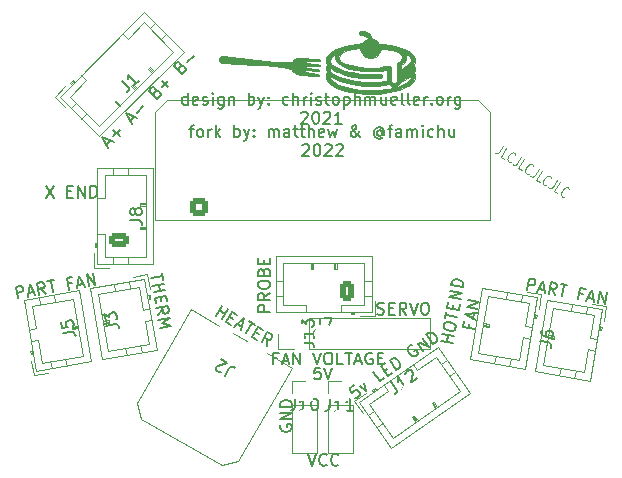
<source format=gbr>
%TF.GenerationSoftware,KiCad,Pcbnew,(6.0.1)*%
%TF.CreationDate,2022-03-03T23:01:05+09:00*%
%TF.ProjectId,v0_miniAB_pancake_board,76305f6d-696e-4694-9142-5f70616e6361,rev?*%
%TF.SameCoordinates,Original*%
%TF.FileFunction,Legend,Top*%
%TF.FilePolarity,Positive*%
%FSLAX46Y46*%
G04 Gerber Fmt 4.6, Leading zero omitted, Abs format (unit mm)*
G04 Created by KiCad (PCBNEW (6.0.1)) date 2022-03-03 23:01:05*
%MOMM*%
%LPD*%
G01*
G04 APERTURE LIST*
G04 Aperture macros list*
%AMRoundRect*
0 Rectangle with rounded corners*
0 $1 Rounding radius*
0 $2 $3 $4 $5 $6 $7 $8 $9 X,Y pos of 4 corners*
0 Add a 4 corners polygon primitive as box body*
4,1,4,$2,$3,$4,$5,$6,$7,$8,$9,$2,$3,0*
0 Add four circle primitives for the rounded corners*
1,1,$1+$1,$2,$3*
1,1,$1+$1,$4,$5*
1,1,$1+$1,$6,$7*
1,1,$1+$1,$8,$9*
0 Add four rect primitives between the rounded corners*
20,1,$1+$1,$2,$3,$4,$5,0*
20,1,$1+$1,$4,$5,$6,$7,0*
20,1,$1+$1,$6,$7,$8,$9,0*
20,1,$1+$1,$8,$9,$2,$3,0*%
%AMHorizOval*
0 Thick line with rounded ends*
0 $1 width*
0 $2 $3 position (X,Y) of the first rounded end (center of the circle)*
0 $4 $5 position (X,Y) of the second rounded end (center of the circle)*
0 Add line between two ends*
20,1,$1,$2,$3,$4,$5,0*
0 Add two circle primitives to create the rounded ends*
1,1,$1,$2,$3*
1,1,$1,$4,$5*%
G04 Aperture macros list end*
%ADD10C,0.100000*%
%ADD11C,0.150000*%
%ADD12C,0.013229*%
%ADD13C,0.120000*%
%ADD14C,3.000000*%
%ADD15RoundRect,0.250001X0.813011X0.408179X-0.053012X0.908178X-0.813011X-0.408179X0.053012X-0.908178X0*%
%ADD16HorizOval,1.500000X0.130000X0.225167X-0.130000X-0.225167X0*%
%ADD17O,1.200000X1.750000*%
%ADD18RoundRect,0.250000X0.350000X0.625000X-0.350000X0.625000X-0.350000X-0.625000X0.350000X-0.625000X0*%
%ADD19O,1.750000X1.200000*%
%ADD20RoundRect,0.249999X0.625001X-0.350001X0.625001X0.350001X-0.625001X0.350001X-0.625001X-0.350001X0*%
%ADD21R,1.350000X1.350000*%
%ADD22O,1.350000X1.350000*%
%ADD23RoundRect,0.250000X0.071782X-0.712722X0.645188X-0.311218X-0.071782X0.712722X-0.645188X0.311218X0*%
%ADD24HorizOval,1.200000X-0.157734X0.225267X0.157734X-0.225267X0*%
%ADD25R,1.700000X1.700000*%
%ADD26O,1.700000X1.700000*%
%ADD27C,5.000000*%
%ADD28C,1.500000*%
%ADD29RoundRect,0.250001X-0.499999X-0.499999X0.499999X-0.499999X0.499999X0.499999X-0.499999X0.499999X0*%
%ADD30RoundRect,0.249999X0.194454X-0.689431X0.689431X-0.194454X-0.194454X0.689431X-0.689431X0.194454X0*%
%ADD31HorizOval,1.200000X-0.194454X0.194454X0.194454X-0.194454X0*%
%ADD32RoundRect,0.249999X-0.676283X0.236153X-0.554729X-0.453214X0.676283X-0.236153X0.554729X0.453214X0*%
%ADD33HorizOval,1.200000X-0.270822X-0.047753X0.270822X0.047753X0*%
%ADD34RoundRect,0.249999X-0.554729X0.453214X-0.676283X-0.236153X0.554729X-0.453214X0.676283X0.236153X0*%
%ADD35HorizOval,1.200000X-0.270822X0.047753X0.270822X-0.047753X0*%
%ADD36HorizOval,1.200000X0.270822X0.047753X-0.270822X-0.047753X0*%
%ADD37RoundRect,0.249999X0.676283X-0.236153X0.554729X0.453214X-0.676283X0.236153X-0.554729X-0.453214X0*%
G04 APERTURE END LIST*
D10*
X116225527Y-91754855D02*
X115875402Y-92294001D01*
X115777421Y-92383675D01*
X115674827Y-92419252D01*
X115567618Y-92400731D01*
X115511707Y-92364422D01*
X116294466Y-92872751D02*
X116014909Y-92691205D01*
X116505084Y-91936402D01*
X116872307Y-93145803D02*
X116821010Y-93163592D01*
X116713801Y-93145071D01*
X116657890Y-93108762D01*
X116597364Y-93018355D01*
X116588136Y-92910159D01*
X116606864Y-92820119D01*
X116672275Y-92658192D01*
X116742300Y-92550363D01*
X116863622Y-92424745D01*
X116938261Y-92371014D01*
X117040856Y-92335437D01*
X117148065Y-92353958D01*
X117203976Y-92390267D01*
X117264502Y-92480674D01*
X117269116Y-92534772D01*
X117735134Y-92735205D02*
X117385009Y-93274351D01*
X117287028Y-93364025D01*
X117184434Y-93399602D01*
X117077225Y-93381081D01*
X117021314Y-93344772D01*
X117804073Y-93853102D02*
X117524516Y-93671555D01*
X118014691Y-92916752D01*
X118381914Y-94126154D02*
X118330617Y-94143942D01*
X118223408Y-94125421D01*
X118167497Y-94089112D01*
X118106971Y-93998705D01*
X118097743Y-93890510D01*
X118116471Y-93800469D01*
X118181882Y-93638542D01*
X118251907Y-93530713D01*
X118373229Y-93405096D01*
X118447868Y-93351364D01*
X118550463Y-93315787D01*
X118657672Y-93334308D01*
X118713583Y-93370618D01*
X118774109Y-93461025D01*
X118778723Y-93515122D01*
X119244741Y-93715556D02*
X118894616Y-94254701D01*
X118796635Y-94344376D01*
X118694041Y-94379952D01*
X118586832Y-94361431D01*
X118530921Y-94325122D01*
X119313680Y-94833452D02*
X119034123Y-94651906D01*
X119524298Y-93897102D01*
X119891521Y-95106504D02*
X119840224Y-95124292D01*
X119733015Y-95105771D01*
X119677104Y-95069462D01*
X119616578Y-94979055D01*
X119607350Y-94870860D01*
X119626078Y-94780819D01*
X119691489Y-94618892D01*
X119761514Y-94511063D01*
X119882836Y-94385446D01*
X119957475Y-94331715D01*
X120060070Y-94296138D01*
X120167279Y-94314659D01*
X120223190Y-94350968D01*
X120283716Y-94441375D01*
X120288330Y-94495472D01*
X120754348Y-94695906D02*
X120404223Y-95235051D01*
X120306243Y-95324726D01*
X120203648Y-95360303D01*
X120096439Y-95341782D01*
X120040528Y-95305472D01*
X120823287Y-95813802D02*
X120543730Y-95632256D01*
X121033905Y-94877452D01*
X121401128Y-96086854D02*
X121349831Y-96104643D01*
X121242622Y-96086122D01*
X121186711Y-96049812D01*
X121126185Y-95959405D01*
X121116957Y-95851210D01*
X121135685Y-95761169D01*
X121201096Y-95599243D01*
X121271121Y-95491414D01*
X121392443Y-95365796D01*
X121467082Y-95312065D01*
X121569677Y-95276488D01*
X121676886Y-95295009D01*
X121732797Y-95331318D01*
X121793323Y-95421725D01*
X121797937Y-95475823D01*
D11*
X97391600Y-115417504D02*
X97343980Y-115512742D01*
X97343980Y-115655600D01*
X97391600Y-115798457D01*
X97486838Y-115893695D01*
X97582076Y-115941314D01*
X97772552Y-115988933D01*
X97915409Y-115988933D01*
X98105885Y-115941314D01*
X98201123Y-115893695D01*
X98296361Y-115798457D01*
X98343980Y-115655600D01*
X98343980Y-115560361D01*
X98296361Y-115417504D01*
X98248742Y-115369885D01*
X97915409Y-115369885D01*
X97915409Y-115560361D01*
X98343980Y-114941314D02*
X97343980Y-114941314D01*
X98343980Y-114369885D01*
X97343980Y-114369885D01*
X98343980Y-113893695D02*
X97343980Y-113893695D01*
X97343980Y-113655600D01*
X97391600Y-113512742D01*
X97486838Y-113417504D01*
X97582076Y-113369885D01*
X97772552Y-113322266D01*
X97915409Y-113322266D01*
X98105885Y-113369885D01*
X98201123Y-113417504D01*
X98296361Y-113512742D01*
X98343980Y-113655600D01*
X98343980Y-113893695D01*
X100749123Y-110551980D02*
X100272933Y-110551980D01*
X100225314Y-111028171D01*
X100272933Y-110980552D01*
X100368171Y-110932933D01*
X100606266Y-110932933D01*
X100701504Y-110980552D01*
X100749123Y-111028171D01*
X100796742Y-111123409D01*
X100796742Y-111361504D01*
X100749123Y-111456742D01*
X100701504Y-111504361D01*
X100606266Y-111551980D01*
X100368171Y-111551980D01*
X100272933Y-111504361D01*
X100225314Y-111456742D01*
X101082457Y-110551980D02*
X101415790Y-111551980D01*
X101749123Y-110551980D01*
X97087276Y-109758171D02*
X96753942Y-109758171D01*
X96753942Y-110281980D02*
X96753942Y-109281980D01*
X97230133Y-109281980D01*
X97563466Y-109996266D02*
X98039657Y-109996266D01*
X97468228Y-110281980D02*
X97801561Y-109281980D01*
X98134895Y-110281980D01*
X98468228Y-110281980D02*
X98468228Y-109281980D01*
X99039657Y-110281980D01*
X99039657Y-109281980D01*
X100134895Y-109281980D02*
X100468228Y-110281980D01*
X100801561Y-109281980D01*
X101325371Y-109281980D02*
X101515847Y-109281980D01*
X101611085Y-109329600D01*
X101706323Y-109424838D01*
X101753942Y-109615314D01*
X101753942Y-109948647D01*
X101706323Y-110139123D01*
X101611085Y-110234361D01*
X101515847Y-110281980D01*
X101325371Y-110281980D01*
X101230133Y-110234361D01*
X101134895Y-110139123D01*
X101087276Y-109948647D01*
X101087276Y-109615314D01*
X101134895Y-109424838D01*
X101230133Y-109329600D01*
X101325371Y-109281980D01*
X102658704Y-110281980D02*
X102182514Y-110281980D01*
X102182514Y-109281980D01*
X102849180Y-109281980D02*
X103420609Y-109281980D01*
X103134895Y-110281980D02*
X103134895Y-109281980D01*
X103706323Y-109996266D02*
X104182514Y-109996266D01*
X103611085Y-110281980D02*
X103944419Y-109281980D01*
X104277752Y-110281980D01*
X105134895Y-109329600D02*
X105039657Y-109281980D01*
X104896800Y-109281980D01*
X104753942Y-109329600D01*
X104658704Y-109424838D01*
X104611085Y-109520076D01*
X104563466Y-109710552D01*
X104563466Y-109853409D01*
X104611085Y-110043885D01*
X104658704Y-110139123D01*
X104753942Y-110234361D01*
X104896800Y-110281980D01*
X104992038Y-110281980D01*
X105134895Y-110234361D01*
X105182514Y-110186742D01*
X105182514Y-109853409D01*
X104992038Y-109853409D01*
X105611085Y-109758171D02*
X105944419Y-109758171D01*
X106087276Y-110281980D02*
X105611085Y-110281980D01*
X105611085Y-109281980D01*
X106087276Y-109281980D01*
X99707866Y-117867180D02*
X100041200Y-118867180D01*
X100374533Y-117867180D01*
X101279295Y-118771942D02*
X101231676Y-118819561D01*
X101088819Y-118867180D01*
X100993580Y-118867180D01*
X100850723Y-118819561D01*
X100755485Y-118724323D01*
X100707866Y-118629085D01*
X100660247Y-118438609D01*
X100660247Y-118295752D01*
X100707866Y-118105276D01*
X100755485Y-118010038D01*
X100850723Y-117914800D01*
X100993580Y-117867180D01*
X101088819Y-117867180D01*
X101231676Y-117914800D01*
X101279295Y-117962419D01*
X102279295Y-118771942D02*
X102231676Y-118819561D01*
X102088819Y-118867180D01*
X101993580Y-118867180D01*
X101850723Y-118819561D01*
X101755485Y-118724323D01*
X101707866Y-118629085D01*
X101660247Y-118438609D01*
X101660247Y-118295752D01*
X101707866Y-118105276D01*
X101755485Y-118010038D01*
X101850723Y-117914800D01*
X101993580Y-117867180D01*
X102088819Y-117867180D01*
X102231676Y-117914800D01*
X102279295Y-117962419D01*
X103569623Y-112060413D02*
X103179550Y-112333544D01*
X103413675Y-112750930D01*
X103425369Y-112684610D01*
X103476070Y-112590976D01*
X103671106Y-112454410D01*
X103776434Y-112438791D01*
X103842754Y-112450485D01*
X103936388Y-112501186D01*
X104072954Y-112696223D01*
X104088573Y-112801550D01*
X104076879Y-112867871D01*
X104026177Y-112961504D01*
X103831141Y-113098070D01*
X103725813Y-113113689D01*
X103659493Y-113101995D01*
X104072873Y-112114958D02*
X104650293Y-112524494D01*
X104462945Y-111841826D01*
X106171575Y-111459280D02*
X105781503Y-111732412D01*
X105207927Y-110913260D01*
X106144181Y-110839008D02*
X106417232Y-110647816D01*
X106834699Y-110994957D02*
X106444626Y-111268088D01*
X105871050Y-110448936D01*
X106261122Y-110175804D01*
X107185764Y-110749138D02*
X106612187Y-109929986D01*
X106807223Y-109793420D01*
X106951558Y-109750488D01*
X107084199Y-109773876D01*
X107177833Y-109824577D01*
X107326093Y-109953293D01*
X107408032Y-110070315D01*
X107478278Y-110253657D01*
X107493897Y-110358985D01*
X107470508Y-110491625D01*
X107380800Y-110612572D01*
X107185764Y-110749138D01*
X108511848Y-108657961D02*
X108406520Y-108673580D01*
X108289499Y-108755520D01*
X108199790Y-108876467D01*
X108176402Y-109009107D01*
X108192021Y-109114435D01*
X108262266Y-109297777D01*
X108344206Y-109414799D01*
X108492466Y-109543515D01*
X108586099Y-109594216D01*
X108718740Y-109617604D01*
X108863075Y-109574672D01*
X108941090Y-109520046D01*
X109030798Y-109399099D01*
X109042492Y-109332779D01*
X108851300Y-109059728D01*
X108695271Y-109168981D01*
X109448184Y-109164975D02*
X108874607Y-108345822D01*
X109916271Y-108837217D01*
X109342694Y-108018065D01*
X110306343Y-108564085D02*
X109732766Y-107744933D01*
X109927803Y-107608367D01*
X110072138Y-107565435D01*
X110204778Y-107588823D01*
X110298412Y-107639524D01*
X110446672Y-107768240D01*
X110528611Y-107885262D01*
X110598857Y-108068604D01*
X110614476Y-108173932D01*
X110591088Y-108306572D01*
X110501379Y-108427519D01*
X110306343Y-108564085D01*
X105556323Y-106017961D02*
X105699180Y-106065580D01*
X105937276Y-106065580D01*
X106032514Y-106017961D01*
X106080133Y-105970342D01*
X106127752Y-105875104D01*
X106127752Y-105779866D01*
X106080133Y-105684628D01*
X106032514Y-105637009D01*
X105937276Y-105589390D01*
X105746800Y-105541771D01*
X105651561Y-105494152D01*
X105603942Y-105446533D01*
X105556323Y-105351295D01*
X105556323Y-105256057D01*
X105603942Y-105160819D01*
X105651561Y-105113200D01*
X105746800Y-105065580D01*
X105984895Y-105065580D01*
X106127752Y-105113200D01*
X106556323Y-105541771D02*
X106889657Y-105541771D01*
X107032514Y-106065580D02*
X106556323Y-106065580D01*
X106556323Y-105065580D01*
X107032514Y-105065580D01*
X108032514Y-106065580D02*
X107699180Y-105589390D01*
X107461085Y-106065580D02*
X107461085Y-105065580D01*
X107842038Y-105065580D01*
X107937276Y-105113200D01*
X107984895Y-105160819D01*
X108032514Y-105256057D01*
X108032514Y-105398914D01*
X107984895Y-105494152D01*
X107937276Y-105541771D01*
X107842038Y-105589390D01*
X107461085Y-105589390D01*
X108318228Y-105065580D02*
X108651561Y-106065580D01*
X108984895Y-105065580D01*
X109508704Y-105065580D02*
X109699180Y-105065580D01*
X109794419Y-105113200D01*
X109889657Y-105208438D01*
X109937276Y-105398914D01*
X109937276Y-105732247D01*
X109889657Y-105922723D01*
X109794419Y-106017961D01*
X109699180Y-106065580D01*
X109508704Y-106065580D01*
X109413466Y-106017961D01*
X109318228Y-105922723D01*
X109270609Y-105732247D01*
X109270609Y-105398914D01*
X109318228Y-105208438D01*
X109413466Y-105113200D01*
X109508704Y-105065580D01*
X87357720Y-102559822D02*
X87456947Y-103122569D01*
X86422526Y-103014844D02*
X87407334Y-102841195D01*
X86530022Y-103624486D02*
X87514830Y-103450838D01*
X87045874Y-103533528D02*
X87145102Y-104096275D01*
X86629250Y-104187234D02*
X87614058Y-104013586D01*
X87227791Y-104565231D02*
X87285674Y-104893500D01*
X86794629Y-105125146D02*
X86711940Y-104656190D01*
X87696747Y-104482542D01*
X87779437Y-104951498D01*
X86968277Y-106109954D02*
X87379351Y-105698995D01*
X86869050Y-105547206D02*
X87853858Y-105373558D01*
X87920009Y-105748723D01*
X87889652Y-105850783D01*
X87851025Y-105905948D01*
X87765503Y-105969381D01*
X87624816Y-105994188D01*
X87522756Y-105963830D01*
X87467591Y-105925204D01*
X87404158Y-105839682D01*
X87338006Y-105464517D01*
X87042698Y-106532014D02*
X88027506Y-106358366D01*
X87381954Y-106810670D01*
X88143271Y-107014904D01*
X87158463Y-107188553D01*
D12*
X100529788Y-84446902D02*
X99042867Y-84316813D01*
X99042867Y-84316813D02*
X98956139Y-84313347D01*
X98956139Y-84313347D02*
X98874256Y-84318196D01*
X98874256Y-84318196D02*
X98797279Y-84330840D01*
X98797279Y-84330840D02*
X98725265Y-84350755D01*
X98725265Y-84350755D02*
X98658275Y-84377423D01*
X98658275Y-84377423D02*
X98596365Y-84410320D01*
X98596365Y-84410320D02*
X98539597Y-84448926D01*
X98539597Y-84448926D02*
X98488029Y-84492719D01*
X98488029Y-84492719D02*
X98441720Y-84541176D01*
X98441720Y-84541176D02*
X98400728Y-84593779D01*
X98400728Y-84593779D02*
X98365112Y-84650002D01*
X98365112Y-84650002D02*
X98334933Y-84709328D01*
X98334933Y-84709328D02*
X98310249Y-84771232D01*
X98310249Y-84771232D02*
X98291118Y-84835195D01*
X98291118Y-84835195D02*
X98277599Y-84900694D01*
X98277599Y-84900694D02*
X98269753Y-84967208D01*
X98269753Y-84967208D02*
X98267637Y-85034216D01*
X98267637Y-85034216D02*
X98271310Y-85101196D01*
X98271310Y-85101196D02*
X98280833Y-85167627D01*
X98280833Y-85167627D02*
X98296262Y-85232986D01*
X98296262Y-85232986D02*
X98317659Y-85296754D01*
X98317659Y-85296754D02*
X98345081Y-85358407D01*
X98345081Y-85358407D02*
X98378587Y-85417425D01*
X98378587Y-85417425D02*
X98418236Y-85473287D01*
X98418236Y-85473287D02*
X98464089Y-85525470D01*
X98464089Y-85525470D02*
X98516203Y-85573455D01*
X98516203Y-85573455D02*
X98574637Y-85616717D01*
X98574637Y-85616717D02*
X98639451Y-85654737D01*
X98639451Y-85654737D02*
X98710703Y-85686993D01*
X98710703Y-85686993D02*
X98788452Y-85712964D01*
X98788452Y-85712964D02*
X98872758Y-85732126D01*
X98872758Y-85732126D02*
X98963678Y-85743962D01*
X98963678Y-85743962D02*
X100405276Y-85870085D01*
X100405276Y-85870085D02*
X100452258Y-85863046D01*
X100452258Y-85863046D02*
X100493767Y-85856159D01*
X100493767Y-85856159D02*
X100529693Y-85849291D01*
X100529693Y-85849291D02*
X100559928Y-85842309D01*
X100559928Y-85842309D02*
X100584363Y-85835083D01*
X100584363Y-85835083D02*
X100594370Y-85831337D01*
X100594370Y-85831337D02*
X100602887Y-85827482D01*
X100602887Y-85827482D02*
X100609899Y-85823498D01*
X100609899Y-85823498D02*
X100615393Y-85819372D01*
X100615393Y-85819372D02*
X100619356Y-85815085D01*
X100619356Y-85815085D02*
X100621772Y-85810623D01*
X100621772Y-85810623D02*
X100622630Y-85805967D01*
X100622630Y-85805967D02*
X100621914Y-85801103D01*
X100621914Y-85801103D02*
X100619612Y-85796012D01*
X100619612Y-85796012D02*
X100615711Y-85790680D01*
X100615711Y-85790680D02*
X100610195Y-85785088D01*
X100610195Y-85785088D02*
X100603052Y-85779222D01*
X100603052Y-85779222D02*
X100594270Y-85773064D01*
X100594270Y-85773064D02*
X100583832Y-85766598D01*
X100583832Y-85766598D02*
X100557937Y-85752676D01*
X100557937Y-85752676D02*
X100525262Y-85737323D01*
X100525262Y-85737323D02*
X100485697Y-85720411D01*
X100485697Y-85720411D02*
X100439131Y-85701805D01*
X100439131Y-85701805D02*
X99513963Y-85559759D01*
X99513963Y-85559759D02*
X99472554Y-85545147D01*
X99472554Y-85545147D02*
X99437204Y-85530843D01*
X99437204Y-85530843D02*
X99421771Y-85523827D01*
X99421771Y-85523827D02*
X99407818Y-85516910D01*
X99407818Y-85516910D02*
X99395333Y-85510101D01*
X99395333Y-85510101D02*
X99384303Y-85503408D01*
X99384303Y-85503408D02*
X99374718Y-85496839D01*
X99374718Y-85496839D02*
X99366567Y-85490400D01*
X99366567Y-85490400D02*
X99359835Y-85484100D01*
X99359835Y-85484100D02*
X99354512Y-85477947D01*
X99354512Y-85477947D02*
X99350588Y-85471947D01*
X99350588Y-85471947D02*
X99348049Y-85466109D01*
X99348049Y-85466109D02*
X99346884Y-85460439D01*
X99346884Y-85460439D02*
X99347081Y-85454948D01*
X99347081Y-85454948D02*
X99348629Y-85449640D01*
X99348629Y-85449640D02*
X99351516Y-85444526D01*
X99351516Y-85444526D02*
X99355730Y-85439611D01*
X99355730Y-85439611D02*
X99361258Y-85434904D01*
X99361258Y-85434904D02*
X99368092Y-85430412D01*
X99368092Y-85430412D02*
X99376217Y-85426142D01*
X99376217Y-85426142D02*
X99385621Y-85422105D01*
X99385621Y-85422105D02*
X99396295Y-85418305D01*
X99396295Y-85418305D02*
X99408226Y-85414751D01*
X99408226Y-85414751D02*
X99421401Y-85411450D01*
X99421401Y-85411450D02*
X99435811Y-85408411D01*
X99435811Y-85408411D02*
X99451442Y-85405641D01*
X99451442Y-85405641D02*
X99486320Y-85400939D01*
X99486320Y-85400939D02*
X99525946Y-85397404D01*
X99525946Y-85397404D02*
X99639544Y-85393652D01*
X99639544Y-85393652D02*
X99777153Y-85395062D01*
X99777153Y-85395062D02*
X99926707Y-85400196D01*
X99926707Y-85400196D02*
X100076134Y-85407620D01*
X100076134Y-85407620D02*
X100431186Y-85431459D01*
X100431186Y-85431459D02*
X100486418Y-85427554D01*
X100486418Y-85427554D02*
X100534178Y-85422638D01*
X100534178Y-85422638D02*
X100574503Y-85416746D01*
X100574503Y-85416746D02*
X100607430Y-85409911D01*
X100607430Y-85409911D02*
X100621130Y-85406151D01*
X100621130Y-85406151D02*
X100632997Y-85402167D01*
X100632997Y-85402167D02*
X100643032Y-85397964D01*
X100643032Y-85397964D02*
X100651241Y-85393548D01*
X100651241Y-85393548D02*
X100657630Y-85388921D01*
X100657630Y-85388921D02*
X100662202Y-85384089D01*
X100662202Y-85384089D02*
X100664962Y-85379055D01*
X100664962Y-85379055D02*
X100665914Y-85373823D01*
X100665914Y-85373823D02*
X100665066Y-85368398D01*
X100665066Y-85368398D02*
X100662418Y-85362784D01*
X100662418Y-85362784D02*
X100657979Y-85356985D01*
X100657979Y-85356985D02*
X100651750Y-85351007D01*
X100651750Y-85351007D02*
X100643738Y-85344852D01*
X100643738Y-85344852D02*
X100633948Y-85338525D01*
X100633948Y-85338525D02*
X100622383Y-85332030D01*
X100622383Y-85332030D02*
X100609049Y-85325371D01*
X100609049Y-85325371D02*
X100577090Y-85311583D01*
X100577090Y-85311583D02*
X100538111Y-85297191D01*
X100538111Y-85297191D02*
X100492147Y-85282230D01*
X100492147Y-85282230D02*
X100439237Y-85266733D01*
X100439237Y-85266733D02*
X99544982Y-85154537D01*
X99544982Y-85154537D02*
X99522108Y-85148811D01*
X99522108Y-85148811D02*
X99500809Y-85142933D01*
X99500809Y-85142933D02*
X99481081Y-85136920D01*
X99481081Y-85136920D02*
X99462918Y-85130792D01*
X99462918Y-85130792D02*
X99446315Y-85124565D01*
X99446315Y-85124565D02*
X99431266Y-85118260D01*
X99431266Y-85118260D02*
X99417766Y-85111893D01*
X99417766Y-85111893D02*
X99405809Y-85105483D01*
X99405809Y-85105483D02*
X99395389Y-85099050D01*
X99395389Y-85099050D02*
X99386501Y-85092611D01*
X99386501Y-85092611D02*
X99379139Y-85086185D01*
X99379139Y-85086185D02*
X99373299Y-85079789D01*
X99373299Y-85079789D02*
X99368974Y-85073442D01*
X99368974Y-85073442D02*
X99366160Y-85067164D01*
X99366160Y-85067164D02*
X99364848Y-85060971D01*
X99364848Y-85060971D02*
X99365037Y-85054883D01*
X99365037Y-85054883D02*
X99366718Y-85048918D01*
X99366718Y-85048918D02*
X99369888Y-85043094D01*
X99369888Y-85043094D02*
X99374539Y-85037430D01*
X99374539Y-85037430D02*
X99380667Y-85031944D01*
X99380667Y-85031944D02*
X99388266Y-85026654D01*
X99388266Y-85026654D02*
X99397332Y-85021579D01*
X99397332Y-85021579D02*
X99407857Y-85016737D01*
X99407857Y-85016737D02*
X99419837Y-85012147D01*
X99419837Y-85012147D02*
X99433267Y-85007826D01*
X99433267Y-85007826D02*
X99448139Y-85003794D01*
X99448139Y-85003794D02*
X99464449Y-85000068D01*
X99464449Y-85000068D02*
X99482192Y-84996668D01*
X99482192Y-84996668D02*
X99501363Y-84993611D01*
X99501363Y-84993611D02*
X99521954Y-84990915D01*
X99521954Y-84990915D02*
X99543961Y-84988599D01*
X99543961Y-84988599D02*
X99567380Y-84986683D01*
X99567380Y-84986683D02*
X100474462Y-85061509D01*
X100474462Y-85061509D02*
X100529892Y-85057104D01*
X100529892Y-85057104D02*
X100554768Y-85054276D01*
X100554768Y-85054276D02*
X100577759Y-85051052D01*
X100577759Y-85051052D02*
X100598871Y-85047450D01*
X100598871Y-85047450D02*
X100618106Y-85043485D01*
X100618106Y-85043485D02*
X100635472Y-85039173D01*
X100635472Y-85039173D02*
X100650973Y-85034531D01*
X100650973Y-85034531D02*
X100664615Y-85029574D01*
X100664615Y-85029574D02*
X100676402Y-85024319D01*
X100676402Y-85024319D02*
X100686340Y-85018782D01*
X100686340Y-85018782D02*
X100694434Y-85012979D01*
X100694434Y-85012979D02*
X100700688Y-85006927D01*
X100700688Y-85006927D02*
X100705109Y-85000642D01*
X100705109Y-85000642D02*
X100707701Y-84994139D01*
X100707701Y-84994139D02*
X100708470Y-84987436D01*
X100708470Y-84987436D02*
X100707421Y-84980547D01*
X100707421Y-84980547D02*
X100704558Y-84973490D01*
X100704558Y-84973490D02*
X100699887Y-84966280D01*
X100699887Y-84966280D02*
X100693414Y-84958934D01*
X100693414Y-84958934D02*
X100685143Y-84951468D01*
X100685143Y-84951468D02*
X100675079Y-84943897D01*
X100675079Y-84943897D02*
X100663228Y-84936239D01*
X100663228Y-84936239D02*
X100649595Y-84928509D01*
X100649595Y-84928509D02*
X100634185Y-84920724D01*
X100634185Y-84920724D02*
X100617002Y-84912900D01*
X100617002Y-84912900D02*
X100598053Y-84905053D01*
X100598053Y-84905053D02*
X100577343Y-84897199D01*
X100577343Y-84897199D02*
X100530658Y-84881535D01*
X100530658Y-84881535D02*
X100476989Y-84866038D01*
X100476989Y-84866038D02*
X100372768Y-84857083D01*
X100372768Y-84857083D02*
X100124815Y-84832363D01*
X100124815Y-84832363D02*
X99977269Y-84815094D01*
X99977269Y-84815094D02*
X99830190Y-84795090D01*
X99830190Y-84795090D02*
X99760616Y-84784187D01*
X99760616Y-84784187D02*
X99695708Y-84772751D01*
X99695708Y-84772751D02*
X99636983Y-84760831D01*
X99636983Y-84760831D02*
X99585957Y-84748478D01*
X99585957Y-84748478D02*
X99561117Y-84743174D01*
X99561117Y-84743174D02*
X99538339Y-84737733D01*
X99538339Y-84737733D02*
X99517580Y-84732171D01*
X99517580Y-84732171D02*
X99498801Y-84726506D01*
X99498801Y-84726506D02*
X99481957Y-84720753D01*
X99481957Y-84720753D02*
X99467010Y-84714929D01*
X99467010Y-84714929D02*
X99453914Y-84709051D01*
X99453914Y-84709051D02*
X99442631Y-84703137D01*
X99442631Y-84703137D02*
X99433116Y-84697202D01*
X99433116Y-84697202D02*
X99425330Y-84691262D01*
X99425330Y-84691262D02*
X99419229Y-84685336D01*
X99419229Y-84685336D02*
X99414772Y-84679440D01*
X99414772Y-84679440D02*
X99411918Y-84673590D01*
X99411918Y-84673590D02*
X99410624Y-84667803D01*
X99410624Y-84667803D02*
X99410850Y-84662095D01*
X99410850Y-84662095D02*
X99412551Y-84656484D01*
X99412551Y-84656484D02*
X99415688Y-84650987D01*
X99415688Y-84650987D02*
X99420219Y-84645618D01*
X99420219Y-84645618D02*
X99426101Y-84640397D01*
X99426101Y-84640397D02*
X99433293Y-84635339D01*
X99433293Y-84635339D02*
X99441753Y-84630461D01*
X99441753Y-84630461D02*
X99451439Y-84625779D01*
X99451439Y-84625779D02*
X99462310Y-84621311D01*
X99462310Y-84621311D02*
X99474323Y-84617073D01*
X99474323Y-84617073D02*
X99501611Y-84609353D01*
X99501611Y-84609353D02*
X99532967Y-84602755D01*
X99532967Y-84602755D02*
X99568058Y-84597411D01*
X99568058Y-84597411D02*
X99606550Y-84593455D01*
X99606550Y-84593455D02*
X99665622Y-84589820D01*
X99665622Y-84589820D02*
X99729510Y-84587830D01*
X99729510Y-84587830D02*
X99867607Y-84588011D01*
X99867607Y-84588011D02*
X100012601Y-84592447D01*
X100012601Y-84592447D02*
X100156252Y-84599588D01*
X100156252Y-84599588D02*
X100552653Y-84624213D01*
X100552653Y-84624213D02*
X100580698Y-84623032D01*
X100580698Y-84623032D02*
X100606314Y-84621096D01*
X100606314Y-84621096D02*
X100629560Y-84618452D01*
X100629560Y-84618452D02*
X100650493Y-84615147D01*
X100650493Y-84615147D02*
X100669169Y-84611229D01*
X100669169Y-84611229D02*
X100685647Y-84606745D01*
X100685647Y-84606745D02*
X100699983Y-84601742D01*
X100699983Y-84601742D02*
X100712235Y-84596268D01*
X100712235Y-84596268D02*
X100722460Y-84590371D01*
X100722460Y-84590371D02*
X100730714Y-84584097D01*
X100730714Y-84584097D02*
X100737057Y-84577495D01*
X100737057Y-84577495D02*
X100741543Y-84570612D01*
X100741543Y-84570612D02*
X100744231Y-84563494D01*
X100744231Y-84563494D02*
X100745179Y-84556190D01*
X100745179Y-84556190D02*
X100744443Y-84548748D01*
X100744443Y-84548748D02*
X100742080Y-84541213D01*
X100742080Y-84541213D02*
X100738149Y-84533634D01*
X100738149Y-84533634D02*
X100732705Y-84526059D01*
X100732705Y-84526059D02*
X100725806Y-84518534D01*
X100725806Y-84518534D02*
X100717510Y-84511107D01*
X100717510Y-84511107D02*
X100707873Y-84503826D01*
X100707873Y-84503826D02*
X100696955Y-84496738D01*
X100696955Y-84496738D02*
X100684809Y-84489890D01*
X100684809Y-84489890D02*
X100671495Y-84483330D01*
X100671495Y-84483330D02*
X100657071Y-84477105D01*
X100657071Y-84477105D02*
X100641591Y-84471263D01*
X100641591Y-84471263D02*
X100625116Y-84465851D01*
X100625116Y-84465851D02*
X100607700Y-84460916D01*
X100607700Y-84460916D02*
X100589403Y-84456507D01*
X100589403Y-84456507D02*
X100570280Y-84452670D01*
X100570280Y-84452670D02*
X100550389Y-84449452D01*
X100550389Y-84449452D02*
X100529788Y-84446902D01*
X100529788Y-84446902D02*
X100529788Y-84446902D01*
G36*
X99042867Y-84316813D02*
G01*
X100529788Y-84446902D01*
X100550389Y-84449452D01*
X100570280Y-84452670D01*
X100589403Y-84456507D01*
X100607700Y-84460916D01*
X100625116Y-84465851D01*
X100641591Y-84471263D01*
X100657071Y-84477105D01*
X100671495Y-84483330D01*
X100684809Y-84489890D01*
X100696955Y-84496738D01*
X100707873Y-84503826D01*
X100717510Y-84511107D01*
X100725806Y-84518534D01*
X100732705Y-84526059D01*
X100738149Y-84533634D01*
X100742080Y-84541213D01*
X100744443Y-84548748D01*
X100745179Y-84556190D01*
X100744231Y-84563494D01*
X100741543Y-84570612D01*
X100737057Y-84577495D01*
X100730714Y-84584097D01*
X100722460Y-84590371D01*
X100712235Y-84596268D01*
X100699983Y-84601742D01*
X100685647Y-84606745D01*
X100669169Y-84611229D01*
X100650493Y-84615147D01*
X100629560Y-84618452D01*
X100606314Y-84621096D01*
X100580698Y-84623032D01*
X100552653Y-84624213D01*
X100156252Y-84599588D01*
X100012601Y-84592447D01*
X99867607Y-84588011D01*
X99729510Y-84587830D01*
X99665622Y-84589820D01*
X99606550Y-84593455D01*
X99568058Y-84597411D01*
X99532967Y-84602755D01*
X99501611Y-84609353D01*
X99474323Y-84617073D01*
X99462310Y-84621311D01*
X99451439Y-84625779D01*
X99441753Y-84630461D01*
X99433293Y-84635339D01*
X99426101Y-84640397D01*
X99420219Y-84645618D01*
X99415688Y-84650987D01*
X99412551Y-84656484D01*
X99410850Y-84662095D01*
X99410624Y-84667803D01*
X99411918Y-84673590D01*
X99414772Y-84679440D01*
X99419229Y-84685336D01*
X99425330Y-84691262D01*
X99433116Y-84697202D01*
X99442631Y-84703137D01*
X99453914Y-84709051D01*
X99467010Y-84714929D01*
X99481957Y-84720753D01*
X99498801Y-84726506D01*
X99517580Y-84732171D01*
X99538339Y-84737733D01*
X99561117Y-84743174D01*
X99585957Y-84748478D01*
X99636983Y-84760831D01*
X99695708Y-84772751D01*
X99760616Y-84784187D01*
X99830190Y-84795090D01*
X99977269Y-84815094D01*
X100124815Y-84832363D01*
X100372768Y-84857083D01*
X100476989Y-84866038D01*
X100530658Y-84881535D01*
X100577343Y-84897199D01*
X100598053Y-84905053D01*
X100617002Y-84912900D01*
X100634185Y-84920724D01*
X100649595Y-84928509D01*
X100663228Y-84936239D01*
X100675079Y-84943897D01*
X100685143Y-84951468D01*
X100693414Y-84958934D01*
X100699887Y-84966280D01*
X100704558Y-84973490D01*
X100707421Y-84980547D01*
X100708470Y-84987436D01*
X100707701Y-84994139D01*
X100705109Y-85000642D01*
X100700688Y-85006927D01*
X100694434Y-85012979D01*
X100686340Y-85018782D01*
X100676402Y-85024319D01*
X100664615Y-85029574D01*
X100650973Y-85034531D01*
X100635472Y-85039173D01*
X100618106Y-85043485D01*
X100598871Y-85047450D01*
X100577759Y-85051052D01*
X100554768Y-85054276D01*
X100529892Y-85057104D01*
X100474462Y-85061509D01*
X99567380Y-84986683D01*
X99543961Y-84988599D01*
X99521954Y-84990915D01*
X99501363Y-84993611D01*
X99482192Y-84996668D01*
X99464449Y-85000068D01*
X99448139Y-85003794D01*
X99433267Y-85007826D01*
X99419837Y-85012147D01*
X99407857Y-85016737D01*
X99397332Y-85021579D01*
X99388266Y-85026654D01*
X99380667Y-85031944D01*
X99374539Y-85037430D01*
X99369888Y-85043094D01*
X99366718Y-85048918D01*
X99365037Y-85054883D01*
X99364848Y-85060971D01*
X99366160Y-85067164D01*
X99368974Y-85073442D01*
X99373299Y-85079789D01*
X99379139Y-85086185D01*
X99386501Y-85092611D01*
X99395389Y-85099050D01*
X99405809Y-85105483D01*
X99417766Y-85111893D01*
X99431266Y-85118260D01*
X99446315Y-85124565D01*
X99462918Y-85130792D01*
X99481081Y-85136920D01*
X99500809Y-85142933D01*
X99522108Y-85148811D01*
X99544982Y-85154537D01*
X100439237Y-85266733D01*
X100492147Y-85282230D01*
X100538111Y-85297191D01*
X100577090Y-85311583D01*
X100609049Y-85325371D01*
X100622383Y-85332030D01*
X100633948Y-85338525D01*
X100643738Y-85344852D01*
X100651750Y-85351007D01*
X100657979Y-85356985D01*
X100662418Y-85362784D01*
X100665066Y-85368398D01*
X100665914Y-85373823D01*
X100664962Y-85379055D01*
X100662202Y-85384089D01*
X100657630Y-85388921D01*
X100651241Y-85393548D01*
X100643032Y-85397964D01*
X100632997Y-85402167D01*
X100621130Y-85406151D01*
X100607430Y-85409911D01*
X100574503Y-85416746D01*
X100534178Y-85422638D01*
X100486418Y-85427554D01*
X100431186Y-85431459D01*
X100076134Y-85407620D01*
X99926707Y-85400196D01*
X99777153Y-85395062D01*
X99639544Y-85393652D01*
X99525946Y-85397404D01*
X99486320Y-85400939D01*
X99451442Y-85405641D01*
X99435811Y-85408411D01*
X99421401Y-85411450D01*
X99408226Y-85414751D01*
X99396295Y-85418305D01*
X99385621Y-85422105D01*
X99376217Y-85426142D01*
X99368092Y-85430412D01*
X99361258Y-85434904D01*
X99355730Y-85439611D01*
X99351516Y-85444526D01*
X99348629Y-85449640D01*
X99347081Y-85454948D01*
X99346884Y-85460439D01*
X99348049Y-85466109D01*
X99350588Y-85471947D01*
X99354512Y-85477947D01*
X99359835Y-85484100D01*
X99366567Y-85490400D01*
X99374718Y-85496839D01*
X99384303Y-85503408D01*
X99395333Y-85510101D01*
X99407818Y-85516910D01*
X99421771Y-85523827D01*
X99437204Y-85530843D01*
X99472554Y-85545147D01*
X99513963Y-85559759D01*
X100439131Y-85701805D01*
X100485697Y-85720411D01*
X100525262Y-85737323D01*
X100557937Y-85752676D01*
X100583832Y-85766598D01*
X100594270Y-85773064D01*
X100603052Y-85779222D01*
X100610195Y-85785088D01*
X100615711Y-85790680D01*
X100619612Y-85796012D01*
X100621914Y-85801103D01*
X100622630Y-85805967D01*
X100621772Y-85810623D01*
X100619356Y-85815085D01*
X100615393Y-85819372D01*
X100609899Y-85823498D01*
X100602887Y-85827482D01*
X100594370Y-85831337D01*
X100584363Y-85835083D01*
X100559928Y-85842309D01*
X100529693Y-85849291D01*
X100493767Y-85856159D01*
X100452258Y-85863046D01*
X100405276Y-85870085D01*
X98963678Y-85743962D01*
X98872758Y-85732126D01*
X98788452Y-85712964D01*
X98710703Y-85686993D01*
X98639451Y-85654737D01*
X98574637Y-85616717D01*
X98516203Y-85573455D01*
X98464089Y-85525470D01*
X98418236Y-85473287D01*
X98378587Y-85417425D01*
X98345081Y-85358407D01*
X98317659Y-85296754D01*
X98296262Y-85232986D01*
X98280833Y-85167627D01*
X98271310Y-85101196D01*
X98267637Y-85034216D01*
X98269753Y-84967208D01*
X98277599Y-84900694D01*
X98291118Y-84835195D01*
X98310249Y-84771232D01*
X98334933Y-84709328D01*
X98365112Y-84650002D01*
X98400728Y-84593779D01*
X98441720Y-84541176D01*
X98488029Y-84492719D01*
X98539597Y-84448926D01*
X98596365Y-84410320D01*
X98658275Y-84377423D01*
X98725265Y-84350755D01*
X98797279Y-84330840D01*
X98874256Y-84318196D01*
X98956139Y-84313347D01*
X99042867Y-84316813D01*
G37*
X99042867Y-84316813D02*
X100529788Y-84446902D01*
X100550389Y-84449452D01*
X100570280Y-84452670D01*
X100589403Y-84456507D01*
X100607700Y-84460916D01*
X100625116Y-84465851D01*
X100641591Y-84471263D01*
X100657071Y-84477105D01*
X100671495Y-84483330D01*
X100684809Y-84489890D01*
X100696955Y-84496738D01*
X100707873Y-84503826D01*
X100717510Y-84511107D01*
X100725806Y-84518534D01*
X100732705Y-84526059D01*
X100738149Y-84533634D01*
X100742080Y-84541213D01*
X100744443Y-84548748D01*
X100745179Y-84556190D01*
X100744231Y-84563494D01*
X100741543Y-84570612D01*
X100737057Y-84577495D01*
X100730714Y-84584097D01*
X100722460Y-84590371D01*
X100712235Y-84596268D01*
X100699983Y-84601742D01*
X100685647Y-84606745D01*
X100669169Y-84611229D01*
X100650493Y-84615147D01*
X100629560Y-84618452D01*
X100606314Y-84621096D01*
X100580698Y-84623032D01*
X100552653Y-84624213D01*
X100156252Y-84599588D01*
X100012601Y-84592447D01*
X99867607Y-84588011D01*
X99729510Y-84587830D01*
X99665622Y-84589820D01*
X99606550Y-84593455D01*
X99568058Y-84597411D01*
X99532967Y-84602755D01*
X99501611Y-84609353D01*
X99474323Y-84617073D01*
X99462310Y-84621311D01*
X99451439Y-84625779D01*
X99441753Y-84630461D01*
X99433293Y-84635339D01*
X99426101Y-84640397D01*
X99420219Y-84645618D01*
X99415688Y-84650987D01*
X99412551Y-84656484D01*
X99410850Y-84662095D01*
X99410624Y-84667803D01*
X99411918Y-84673590D01*
X99414772Y-84679440D01*
X99419229Y-84685336D01*
X99425330Y-84691262D01*
X99433116Y-84697202D01*
X99442631Y-84703137D01*
X99453914Y-84709051D01*
X99467010Y-84714929D01*
X99481957Y-84720753D01*
X99498801Y-84726506D01*
X99517580Y-84732171D01*
X99538339Y-84737733D01*
X99561117Y-84743174D01*
X99585957Y-84748478D01*
X99636983Y-84760831D01*
X99695708Y-84772751D01*
X99760616Y-84784187D01*
X99830190Y-84795090D01*
X99977269Y-84815094D01*
X100124815Y-84832363D01*
X100372768Y-84857083D01*
X100476989Y-84866038D01*
X100530658Y-84881535D01*
X100577343Y-84897199D01*
X100598053Y-84905053D01*
X100617002Y-84912900D01*
X100634185Y-84920724D01*
X100649595Y-84928509D01*
X100663228Y-84936239D01*
X100675079Y-84943897D01*
X100685143Y-84951468D01*
X100693414Y-84958934D01*
X100699887Y-84966280D01*
X100704558Y-84973490D01*
X100707421Y-84980547D01*
X100708470Y-84987436D01*
X100707701Y-84994139D01*
X100705109Y-85000642D01*
X100700688Y-85006927D01*
X100694434Y-85012979D01*
X100686340Y-85018782D01*
X100676402Y-85024319D01*
X100664615Y-85029574D01*
X100650973Y-85034531D01*
X100635472Y-85039173D01*
X100618106Y-85043485D01*
X100598871Y-85047450D01*
X100577759Y-85051052D01*
X100554768Y-85054276D01*
X100529892Y-85057104D01*
X100474462Y-85061509D01*
X99567380Y-84986683D01*
X99543961Y-84988599D01*
X99521954Y-84990915D01*
X99501363Y-84993611D01*
X99482192Y-84996668D01*
X99464449Y-85000068D01*
X99448139Y-85003794D01*
X99433267Y-85007826D01*
X99419837Y-85012147D01*
X99407857Y-85016737D01*
X99397332Y-85021579D01*
X99388266Y-85026654D01*
X99380667Y-85031944D01*
X99374539Y-85037430D01*
X99369888Y-85043094D01*
X99366718Y-85048918D01*
X99365037Y-85054883D01*
X99364848Y-85060971D01*
X99366160Y-85067164D01*
X99368974Y-85073442D01*
X99373299Y-85079789D01*
X99379139Y-85086185D01*
X99386501Y-85092611D01*
X99395389Y-85099050D01*
X99405809Y-85105483D01*
X99417766Y-85111893D01*
X99431266Y-85118260D01*
X99446315Y-85124565D01*
X99462918Y-85130792D01*
X99481081Y-85136920D01*
X99500809Y-85142933D01*
X99522108Y-85148811D01*
X99544982Y-85154537D01*
X100439237Y-85266733D01*
X100492147Y-85282230D01*
X100538111Y-85297191D01*
X100577090Y-85311583D01*
X100609049Y-85325371D01*
X100622383Y-85332030D01*
X100633948Y-85338525D01*
X100643738Y-85344852D01*
X100651750Y-85351007D01*
X100657979Y-85356985D01*
X100662418Y-85362784D01*
X100665066Y-85368398D01*
X100665914Y-85373823D01*
X100664962Y-85379055D01*
X100662202Y-85384089D01*
X100657630Y-85388921D01*
X100651241Y-85393548D01*
X100643032Y-85397964D01*
X100632997Y-85402167D01*
X100621130Y-85406151D01*
X100607430Y-85409911D01*
X100574503Y-85416746D01*
X100534178Y-85422638D01*
X100486418Y-85427554D01*
X100431186Y-85431459D01*
X100076134Y-85407620D01*
X99926707Y-85400196D01*
X99777153Y-85395062D01*
X99639544Y-85393652D01*
X99525946Y-85397404D01*
X99486320Y-85400939D01*
X99451442Y-85405641D01*
X99435811Y-85408411D01*
X99421401Y-85411450D01*
X99408226Y-85414751D01*
X99396295Y-85418305D01*
X99385621Y-85422105D01*
X99376217Y-85426142D01*
X99368092Y-85430412D01*
X99361258Y-85434904D01*
X99355730Y-85439611D01*
X99351516Y-85444526D01*
X99348629Y-85449640D01*
X99347081Y-85454948D01*
X99346884Y-85460439D01*
X99348049Y-85466109D01*
X99350588Y-85471947D01*
X99354512Y-85477947D01*
X99359835Y-85484100D01*
X99366567Y-85490400D01*
X99374718Y-85496839D01*
X99384303Y-85503408D01*
X99395333Y-85510101D01*
X99407818Y-85516910D01*
X99421771Y-85523827D01*
X99437204Y-85530843D01*
X99472554Y-85545147D01*
X99513963Y-85559759D01*
X100439131Y-85701805D01*
X100485697Y-85720411D01*
X100525262Y-85737323D01*
X100557937Y-85752676D01*
X100583832Y-85766598D01*
X100594270Y-85773064D01*
X100603052Y-85779222D01*
X100610195Y-85785088D01*
X100615711Y-85790680D01*
X100619612Y-85796012D01*
X100621914Y-85801103D01*
X100622630Y-85805967D01*
X100621772Y-85810623D01*
X100619356Y-85815085D01*
X100615393Y-85819372D01*
X100609899Y-85823498D01*
X100602887Y-85827482D01*
X100594370Y-85831337D01*
X100584363Y-85835083D01*
X100559928Y-85842309D01*
X100529693Y-85849291D01*
X100493767Y-85856159D01*
X100452258Y-85863046D01*
X100405276Y-85870085D01*
X98963678Y-85743962D01*
X98872758Y-85732126D01*
X98788452Y-85712964D01*
X98710703Y-85686993D01*
X98639451Y-85654737D01*
X98574637Y-85616717D01*
X98516203Y-85573455D01*
X98464089Y-85525470D01*
X98418236Y-85473287D01*
X98378587Y-85417425D01*
X98345081Y-85358407D01*
X98317659Y-85296754D01*
X98296262Y-85232986D01*
X98280833Y-85167627D01*
X98271310Y-85101196D01*
X98267637Y-85034216D01*
X98269753Y-84967208D01*
X98277599Y-84900694D01*
X98291118Y-84835195D01*
X98310249Y-84771232D01*
X98334933Y-84709328D01*
X98365112Y-84650002D01*
X98400728Y-84593779D01*
X98441720Y-84541176D01*
X98488029Y-84492719D01*
X98539597Y-84448926D01*
X98596365Y-84410320D01*
X98658275Y-84377423D01*
X98725265Y-84350755D01*
X98797279Y-84330840D01*
X98874256Y-84318196D01*
X98956139Y-84313347D01*
X99042867Y-84316813D01*
X98336298Y-84701176D02*
X98321413Y-84732920D01*
X98321413Y-84732920D02*
X98308255Y-84765384D01*
X98308255Y-84765384D02*
X98296803Y-84798489D01*
X98296803Y-84798489D02*
X98287037Y-84832157D01*
X98287037Y-84832157D02*
X98278939Y-84866309D01*
X98278939Y-84866309D02*
X98272488Y-84900867D01*
X98272488Y-84900867D02*
X98267664Y-84935753D01*
X98267664Y-84935753D02*
X98264447Y-84970887D01*
X98264447Y-84970887D02*
X98262819Y-85006191D01*
X98262819Y-85006191D02*
X98262760Y-85041588D01*
X98262760Y-85041588D02*
X98264249Y-85076999D01*
X98264249Y-85076999D02*
X98267267Y-85112344D01*
X98267267Y-85112344D02*
X98271795Y-85147547D01*
X98271795Y-85147547D02*
X98277813Y-85182526D01*
X98277813Y-85182526D02*
X98285299Y-85217207D01*
X98285299Y-85217207D02*
X98294238Y-85251508D01*
X98294238Y-85251508D02*
X97474939Y-85118049D01*
X97474939Y-85118049D02*
X96699493Y-85020625D01*
X96699493Y-85020625D02*
X95958909Y-84951848D01*
X95958909Y-84951848D02*
X95244198Y-84904335D01*
X95244198Y-84904335D02*
X92464271Y-84779216D01*
X92464271Y-84779216D02*
X92448175Y-84777812D01*
X92448175Y-84777812D02*
X92432369Y-84775579D01*
X92432369Y-84775579D02*
X92416867Y-84772541D01*
X92416867Y-84772541D02*
X92401692Y-84768722D01*
X92401692Y-84768722D02*
X92386856Y-84764144D01*
X92386856Y-84764144D02*
X92372380Y-84758834D01*
X92372380Y-84758834D02*
X92358281Y-84752811D01*
X92358281Y-84752811D02*
X92344576Y-84746102D01*
X92344576Y-84746102D02*
X92331282Y-84738729D01*
X92331282Y-84738729D02*
X92318416Y-84730716D01*
X92318416Y-84730716D02*
X92305998Y-84722086D01*
X92305998Y-84722086D02*
X92294044Y-84712864D01*
X92294044Y-84712864D02*
X92282571Y-84703072D01*
X92282571Y-84703072D02*
X92271597Y-84692734D01*
X92271597Y-84692734D02*
X92261140Y-84681874D01*
X92261140Y-84681874D02*
X92251217Y-84670514D01*
X92251217Y-84670514D02*
X92241846Y-84658680D01*
X92241846Y-84658680D02*
X92233043Y-84646394D01*
X92233043Y-84646394D02*
X92224828Y-84633679D01*
X92224828Y-84633679D02*
X92217217Y-84620561D01*
X92217217Y-84620561D02*
X92210227Y-84607060D01*
X92210227Y-84607060D02*
X92203875Y-84593203D01*
X92203875Y-84593203D02*
X92198182Y-84579011D01*
X92198182Y-84579011D02*
X92193161Y-84564509D01*
X92193161Y-84564509D02*
X92188833Y-84549721D01*
X92188833Y-84549721D02*
X92185214Y-84534668D01*
X92185214Y-84534668D02*
X92182322Y-84519377D01*
X92182322Y-84519377D02*
X92180173Y-84503867D01*
X92180173Y-84503867D02*
X92178787Y-84488167D01*
X92178787Y-84488167D02*
X92178179Y-84472296D01*
X92178179Y-84472296D02*
X92178369Y-84456281D01*
X92178369Y-84456281D02*
X92179372Y-84440143D01*
X92179372Y-84440143D02*
X92181189Y-84424059D01*
X92181189Y-84424059D02*
X92183790Y-84408204D01*
X92183790Y-84408204D02*
X92187153Y-84392601D01*
X92187153Y-84392601D02*
X92191258Y-84377276D01*
X92191258Y-84377276D02*
X92196082Y-84362249D01*
X92196082Y-84362249D02*
X92201603Y-84347546D01*
X92201603Y-84347546D02*
X92207801Y-84333190D01*
X92207801Y-84333190D02*
X92214653Y-84319204D01*
X92214653Y-84319204D02*
X92222137Y-84305611D01*
X92222137Y-84305611D02*
X92230232Y-84292436D01*
X92230232Y-84292436D02*
X92238916Y-84279702D01*
X92238916Y-84279702D02*
X92248167Y-84267432D01*
X92248167Y-84267432D02*
X92257963Y-84255649D01*
X92257963Y-84255649D02*
X92268284Y-84244377D01*
X92268284Y-84244377D02*
X92279106Y-84233641D01*
X92279106Y-84233641D02*
X92290409Y-84223462D01*
X92290409Y-84223462D02*
X92302170Y-84213866D01*
X92302170Y-84213866D02*
X92314367Y-84204874D01*
X92314367Y-84204874D02*
X92326980Y-84196511D01*
X92326980Y-84196511D02*
X92339986Y-84188800D01*
X92339986Y-84188800D02*
X92353363Y-84181765D01*
X92353363Y-84181765D02*
X92367091Y-84175430D01*
X92367091Y-84175430D02*
X92381146Y-84169816D01*
X92381146Y-84169816D02*
X92395508Y-84164949D01*
X92395508Y-84164949D02*
X92410155Y-84160851D01*
X92410155Y-84160851D02*
X92425064Y-84157547D01*
X92425064Y-84157547D02*
X92440214Y-84155059D01*
X92440214Y-84155059D02*
X92455584Y-84153412D01*
X92455584Y-84153412D02*
X92471152Y-84152628D01*
X92471152Y-84152628D02*
X92486895Y-84152732D01*
X92486895Y-84152732D02*
X92502792Y-84153745D01*
X92502792Y-84153745D02*
X92518822Y-84155694D01*
X92518822Y-84155694D02*
X93967810Y-84364357D01*
X93967810Y-84364357D02*
X94692467Y-84457386D01*
X94692467Y-84457386D02*
X95417864Y-84539270D01*
X95417864Y-84539270D02*
X96144472Y-84607300D01*
X96144472Y-84607300D02*
X96872766Y-84658766D01*
X96872766Y-84658766D02*
X97603217Y-84690961D01*
X97603217Y-84690961D02*
X98336299Y-84701176D01*
X98336299Y-84701176D02*
X98336298Y-84701176D01*
X98336298Y-84701176D02*
X98336298Y-84701176D01*
G36*
X92486895Y-84152732D02*
G01*
X92502792Y-84153745D01*
X92518822Y-84155694D01*
X93967810Y-84364357D01*
X94692467Y-84457386D01*
X95417864Y-84539270D01*
X96144472Y-84607300D01*
X96872766Y-84658766D01*
X97603217Y-84690961D01*
X98336299Y-84701176D01*
X98336298Y-84701176D01*
X98321413Y-84732920D01*
X98308255Y-84765384D01*
X98296803Y-84798489D01*
X98287037Y-84832157D01*
X98278939Y-84866309D01*
X98272488Y-84900867D01*
X98267664Y-84935753D01*
X98264447Y-84970887D01*
X98262819Y-85006191D01*
X98262760Y-85041588D01*
X98264249Y-85076999D01*
X98267267Y-85112344D01*
X98271795Y-85147547D01*
X98277813Y-85182526D01*
X98285299Y-85217207D01*
X98294238Y-85251508D01*
X97474939Y-85118049D01*
X96699493Y-85020625D01*
X95958909Y-84951848D01*
X95244198Y-84904335D01*
X92464271Y-84779216D01*
X92448175Y-84777812D01*
X92432369Y-84775579D01*
X92416867Y-84772541D01*
X92401692Y-84768722D01*
X92386856Y-84764144D01*
X92372380Y-84758834D01*
X92358281Y-84752811D01*
X92344576Y-84746102D01*
X92331282Y-84738729D01*
X92318416Y-84730716D01*
X92305998Y-84722086D01*
X92294044Y-84712864D01*
X92282571Y-84703072D01*
X92271597Y-84692734D01*
X92261140Y-84681874D01*
X92251217Y-84670514D01*
X92241846Y-84658680D01*
X92233043Y-84646394D01*
X92224828Y-84633679D01*
X92217217Y-84620561D01*
X92210227Y-84607060D01*
X92203875Y-84593203D01*
X92198182Y-84579011D01*
X92193161Y-84564509D01*
X92188833Y-84549721D01*
X92185214Y-84534668D01*
X92182322Y-84519377D01*
X92180173Y-84503867D01*
X92178787Y-84488167D01*
X92178179Y-84472296D01*
X92178369Y-84456281D01*
X92179372Y-84440143D01*
X92181189Y-84424059D01*
X92183790Y-84408204D01*
X92187153Y-84392601D01*
X92191258Y-84377276D01*
X92196082Y-84362249D01*
X92201603Y-84347546D01*
X92207801Y-84333190D01*
X92214653Y-84319204D01*
X92222137Y-84305611D01*
X92230232Y-84292436D01*
X92238916Y-84279702D01*
X92248167Y-84267432D01*
X92257963Y-84255649D01*
X92268284Y-84244377D01*
X92279106Y-84233641D01*
X92290409Y-84223462D01*
X92302170Y-84213866D01*
X92314367Y-84204874D01*
X92326980Y-84196511D01*
X92339986Y-84188800D01*
X92353363Y-84181765D01*
X92367091Y-84175430D01*
X92381146Y-84169816D01*
X92395508Y-84164949D01*
X92410155Y-84160851D01*
X92425064Y-84157547D01*
X92440214Y-84155059D01*
X92455584Y-84153412D01*
X92471152Y-84152628D01*
X92486895Y-84152732D01*
G37*
X92486895Y-84152732D02*
X92502792Y-84153745D01*
X92518822Y-84155694D01*
X93967810Y-84364357D01*
X94692467Y-84457386D01*
X95417864Y-84539270D01*
X96144472Y-84607300D01*
X96872766Y-84658766D01*
X97603217Y-84690961D01*
X98336299Y-84701176D01*
X98336298Y-84701176D01*
X98321413Y-84732920D01*
X98308255Y-84765384D01*
X98296803Y-84798489D01*
X98287037Y-84832157D01*
X98278939Y-84866309D01*
X98272488Y-84900867D01*
X98267664Y-84935753D01*
X98264447Y-84970887D01*
X98262819Y-85006191D01*
X98262760Y-85041588D01*
X98264249Y-85076999D01*
X98267267Y-85112344D01*
X98271795Y-85147547D01*
X98277813Y-85182526D01*
X98285299Y-85217207D01*
X98294238Y-85251508D01*
X97474939Y-85118049D01*
X96699493Y-85020625D01*
X95958909Y-84951848D01*
X95244198Y-84904335D01*
X92464271Y-84779216D01*
X92448175Y-84777812D01*
X92432369Y-84775579D01*
X92416867Y-84772541D01*
X92401692Y-84768722D01*
X92386856Y-84764144D01*
X92372380Y-84758834D01*
X92358281Y-84752811D01*
X92344576Y-84746102D01*
X92331282Y-84738729D01*
X92318416Y-84730716D01*
X92305998Y-84722086D01*
X92294044Y-84712864D01*
X92282571Y-84703072D01*
X92271597Y-84692734D01*
X92261140Y-84681874D01*
X92251217Y-84670514D01*
X92241846Y-84658680D01*
X92233043Y-84646394D01*
X92224828Y-84633679D01*
X92217217Y-84620561D01*
X92210227Y-84607060D01*
X92203875Y-84593203D01*
X92198182Y-84579011D01*
X92193161Y-84564509D01*
X92188833Y-84549721D01*
X92185214Y-84534668D01*
X92182322Y-84519377D01*
X92180173Y-84503867D01*
X92178787Y-84488167D01*
X92178179Y-84472296D01*
X92178369Y-84456281D01*
X92179372Y-84440143D01*
X92181189Y-84424059D01*
X92183790Y-84408204D01*
X92187153Y-84392601D01*
X92191258Y-84377276D01*
X92196082Y-84362249D01*
X92201603Y-84347546D01*
X92207801Y-84333190D01*
X92214653Y-84319204D01*
X92222137Y-84305611D01*
X92230232Y-84292436D01*
X92238916Y-84279702D01*
X92248167Y-84267432D01*
X92257963Y-84255649D01*
X92268284Y-84244377D01*
X92279106Y-84233641D01*
X92290409Y-84223462D01*
X92302170Y-84213866D01*
X92314367Y-84204874D01*
X92326980Y-84196511D01*
X92339986Y-84188800D01*
X92353363Y-84181765D01*
X92367091Y-84175430D01*
X92381146Y-84169816D01*
X92395508Y-84164949D01*
X92410155Y-84160851D01*
X92425064Y-84157547D01*
X92440214Y-84155059D01*
X92455584Y-84153412D01*
X92471152Y-84152628D01*
X92486895Y-84152732D01*
D11*
X75129462Y-104707135D02*
X74955814Y-103722327D01*
X75330979Y-103656176D01*
X75433039Y-103686533D01*
X75488204Y-103725160D01*
X75551637Y-103810682D01*
X75576444Y-103951369D01*
X75546086Y-104053429D01*
X75507460Y-104108594D01*
X75421937Y-104172027D01*
X75046773Y-104238179D01*
X76017760Y-104260382D02*
X76486717Y-104177693D01*
X75973583Y-104558294D02*
X76128204Y-103515603D01*
X76630122Y-104442528D01*
X77521138Y-104285418D02*
X77110179Y-103874345D01*
X76958391Y-104384646D02*
X76784743Y-103399838D01*
X77159907Y-103333686D01*
X77261968Y-103364044D01*
X77317132Y-103402670D01*
X77380566Y-103488193D01*
X77405373Y-103628880D01*
X77375015Y-103730940D01*
X77336388Y-103786104D01*
X77250866Y-103849538D01*
X76875701Y-103915689D01*
X77628864Y-103250997D02*
X78191611Y-103151769D01*
X78083885Y-104186190D02*
X77910237Y-103201383D01*
X79681169Y-103372656D02*
X79352899Y-103430539D01*
X79443858Y-103946391D02*
X79270210Y-102961583D01*
X79739166Y-102878893D01*
X80191470Y-103524445D02*
X80660426Y-103441755D01*
X80147292Y-103822356D02*
X80301913Y-102779666D01*
X80803831Y-103706591D01*
X81132100Y-103648708D02*
X80958452Y-102663900D01*
X81694847Y-103549481D01*
X81521199Y-102564673D01*
X118253952Y-104006681D02*
X118427600Y-103021873D01*
X118802765Y-103088024D01*
X118888287Y-103151458D01*
X118926914Y-103206623D01*
X118957271Y-103308683D01*
X118932465Y-103449370D01*
X118869031Y-103534892D01*
X118813867Y-103573518D01*
X118711806Y-103603876D01*
X118336641Y-103537724D01*
X119241478Y-103890686D02*
X119710434Y-103973376D01*
X119098073Y-104155522D02*
X119599990Y-103228597D01*
X119754611Y-104271287D01*
X120645628Y-104428398D02*
X120400048Y-103901559D01*
X120082881Y-104329170D02*
X120256529Y-103344362D01*
X120631694Y-103410514D01*
X120717216Y-103473947D01*
X120755842Y-103529112D01*
X120786200Y-103631172D01*
X120761393Y-103771859D01*
X120697960Y-103857381D01*
X120642795Y-103896008D01*
X120540735Y-103926366D01*
X120165570Y-103860214D01*
X121100650Y-103493204D02*
X121663397Y-103592431D01*
X121208375Y-104527625D02*
X121382023Y-103542817D01*
X122987576Y-104309456D02*
X122659306Y-104251573D01*
X122568348Y-104767425D02*
X122741996Y-103782617D01*
X123210952Y-103865307D01*
X123415187Y-104626624D02*
X123884143Y-104709313D01*
X123271782Y-104891459D02*
X123773699Y-103964534D01*
X123928320Y-105007225D01*
X124256590Y-105065107D02*
X124430238Y-104080300D01*
X124819337Y-105164335D01*
X124992985Y-104179527D01*
X91893546Y-106177373D02*
X92393546Y-105311347D01*
X92155450Y-105723741D02*
X92650322Y-106009455D01*
X92388417Y-106463087D02*
X92888417Y-105597062D01*
X93062715Y-106247550D02*
X93351390Y-106414217D01*
X93213203Y-106939278D02*
X92800810Y-106701182D01*
X93300810Y-105835157D01*
X93713203Y-106073252D01*
X93685975Y-106882318D02*
X94098368Y-107120413D01*
X93460639Y-107082135D02*
X94249314Y-106382776D01*
X94037989Y-107415468D01*
X94702947Y-106644681D02*
X95197818Y-106930395D01*
X94450382Y-107653563D02*
X94950382Y-106787538D01*
X95248398Y-107509455D02*
X95537073Y-107676121D01*
X95398886Y-108201182D02*
X94986493Y-107963087D01*
X95486493Y-107097062D01*
X95898886Y-107335157D01*
X96264912Y-108701182D02*
X96214332Y-108122123D01*
X95770040Y-108415468D02*
X96270040Y-107549443D01*
X96599955Y-107739919D01*
X96658624Y-107828777D01*
X96676053Y-107893826D01*
X96669674Y-108000114D01*
X96598245Y-108123832D01*
X96509387Y-108182501D01*
X96444338Y-108199931D01*
X96338050Y-108193551D01*
X96008135Y-108003075D01*
X89504666Y-88293380D02*
X89504666Y-87293380D01*
X89504666Y-88245761D02*
X89409428Y-88293380D01*
X89218952Y-88293380D01*
X89123714Y-88245761D01*
X89076095Y-88198142D01*
X89028476Y-88102904D01*
X89028476Y-87817190D01*
X89076095Y-87721952D01*
X89123714Y-87674333D01*
X89218952Y-87626714D01*
X89409428Y-87626714D01*
X89504666Y-87674333D01*
X90361809Y-88245761D02*
X90266571Y-88293380D01*
X90076095Y-88293380D01*
X89980857Y-88245761D01*
X89933238Y-88150523D01*
X89933238Y-87769571D01*
X89980857Y-87674333D01*
X90076095Y-87626714D01*
X90266571Y-87626714D01*
X90361809Y-87674333D01*
X90409428Y-87769571D01*
X90409428Y-87864809D01*
X89933238Y-87960047D01*
X90790380Y-88245761D02*
X90885619Y-88293380D01*
X91076095Y-88293380D01*
X91171333Y-88245761D01*
X91218952Y-88150523D01*
X91218952Y-88102904D01*
X91171333Y-88007666D01*
X91076095Y-87960047D01*
X90933238Y-87960047D01*
X90838000Y-87912428D01*
X90790380Y-87817190D01*
X90790380Y-87769571D01*
X90838000Y-87674333D01*
X90933238Y-87626714D01*
X91076095Y-87626714D01*
X91171333Y-87674333D01*
X91647523Y-88293380D02*
X91647523Y-87626714D01*
X91647523Y-87293380D02*
X91599904Y-87341000D01*
X91647523Y-87388619D01*
X91695142Y-87341000D01*
X91647523Y-87293380D01*
X91647523Y-87388619D01*
X92552285Y-87626714D02*
X92552285Y-88436238D01*
X92504666Y-88531476D01*
X92457047Y-88579095D01*
X92361809Y-88626714D01*
X92218952Y-88626714D01*
X92123714Y-88579095D01*
X92552285Y-88245761D02*
X92457047Y-88293380D01*
X92266571Y-88293380D01*
X92171333Y-88245761D01*
X92123714Y-88198142D01*
X92076095Y-88102904D01*
X92076095Y-87817190D01*
X92123714Y-87721952D01*
X92171333Y-87674333D01*
X92266571Y-87626714D01*
X92457047Y-87626714D01*
X92552285Y-87674333D01*
X93028476Y-87626714D02*
X93028476Y-88293380D01*
X93028476Y-87721952D02*
X93076095Y-87674333D01*
X93171333Y-87626714D01*
X93314190Y-87626714D01*
X93409428Y-87674333D01*
X93457047Y-87769571D01*
X93457047Y-88293380D01*
X94695142Y-88293380D02*
X94695142Y-87293380D01*
X94695142Y-87674333D02*
X94790380Y-87626714D01*
X94980857Y-87626714D01*
X95076095Y-87674333D01*
X95123714Y-87721952D01*
X95171333Y-87817190D01*
X95171333Y-88102904D01*
X95123714Y-88198142D01*
X95076095Y-88245761D01*
X94980857Y-88293380D01*
X94790380Y-88293380D01*
X94695142Y-88245761D01*
X95504666Y-87626714D02*
X95742761Y-88293380D01*
X95980857Y-87626714D02*
X95742761Y-88293380D01*
X95647523Y-88531476D01*
X95599904Y-88579095D01*
X95504666Y-88626714D01*
X96361809Y-88198142D02*
X96409428Y-88245761D01*
X96361809Y-88293380D01*
X96314190Y-88245761D01*
X96361809Y-88198142D01*
X96361809Y-88293380D01*
X96361809Y-87674333D02*
X96409428Y-87721952D01*
X96361809Y-87769571D01*
X96314190Y-87721952D01*
X96361809Y-87674333D01*
X96361809Y-87769571D01*
X98028476Y-88245761D02*
X97933238Y-88293380D01*
X97742761Y-88293380D01*
X97647523Y-88245761D01*
X97599904Y-88198142D01*
X97552285Y-88102904D01*
X97552285Y-87817190D01*
X97599904Y-87721952D01*
X97647523Y-87674333D01*
X97742761Y-87626714D01*
X97933238Y-87626714D01*
X98028476Y-87674333D01*
X98457047Y-88293380D02*
X98457047Y-87293380D01*
X98885619Y-88293380D02*
X98885619Y-87769571D01*
X98838000Y-87674333D01*
X98742761Y-87626714D01*
X98599904Y-87626714D01*
X98504666Y-87674333D01*
X98457047Y-87721952D01*
X99361809Y-88293380D02*
X99361809Y-87626714D01*
X99361809Y-87817190D02*
X99409428Y-87721952D01*
X99457047Y-87674333D01*
X99552285Y-87626714D01*
X99647523Y-87626714D01*
X99980857Y-88293380D02*
X99980857Y-87626714D01*
X99980857Y-87293380D02*
X99933238Y-87341000D01*
X99980857Y-87388619D01*
X100028476Y-87341000D01*
X99980857Y-87293380D01*
X99980857Y-87388619D01*
X100409428Y-88245761D02*
X100504666Y-88293380D01*
X100695142Y-88293380D01*
X100790380Y-88245761D01*
X100838000Y-88150523D01*
X100838000Y-88102904D01*
X100790380Y-88007666D01*
X100695142Y-87960047D01*
X100552285Y-87960047D01*
X100457047Y-87912428D01*
X100409428Y-87817190D01*
X100409428Y-87769571D01*
X100457047Y-87674333D01*
X100552285Y-87626714D01*
X100695142Y-87626714D01*
X100790380Y-87674333D01*
X101123714Y-87626714D02*
X101504666Y-87626714D01*
X101266571Y-87293380D02*
X101266571Y-88150523D01*
X101314190Y-88245761D01*
X101409428Y-88293380D01*
X101504666Y-88293380D01*
X101980857Y-88293380D02*
X101885619Y-88245761D01*
X101838000Y-88198142D01*
X101790380Y-88102904D01*
X101790380Y-87817190D01*
X101838000Y-87721952D01*
X101885619Y-87674333D01*
X101980857Y-87626714D01*
X102123714Y-87626714D01*
X102218952Y-87674333D01*
X102266571Y-87721952D01*
X102314190Y-87817190D01*
X102314190Y-88102904D01*
X102266571Y-88198142D01*
X102218952Y-88245761D01*
X102123714Y-88293380D01*
X101980857Y-88293380D01*
X102742761Y-87626714D02*
X102742761Y-88626714D01*
X102742761Y-87674333D02*
X102838000Y-87626714D01*
X103028476Y-87626714D01*
X103123714Y-87674333D01*
X103171333Y-87721952D01*
X103218952Y-87817190D01*
X103218952Y-88102904D01*
X103171333Y-88198142D01*
X103123714Y-88245761D01*
X103028476Y-88293380D01*
X102838000Y-88293380D01*
X102742761Y-88245761D01*
X103647523Y-88293380D02*
X103647523Y-87293380D01*
X104076095Y-88293380D02*
X104076095Y-87769571D01*
X104028476Y-87674333D01*
X103933238Y-87626714D01*
X103790380Y-87626714D01*
X103695142Y-87674333D01*
X103647523Y-87721952D01*
X104552285Y-88293380D02*
X104552285Y-87626714D01*
X104552285Y-87721952D02*
X104599904Y-87674333D01*
X104695142Y-87626714D01*
X104838000Y-87626714D01*
X104933238Y-87674333D01*
X104980857Y-87769571D01*
X104980857Y-88293380D01*
X104980857Y-87769571D02*
X105028476Y-87674333D01*
X105123714Y-87626714D01*
X105266571Y-87626714D01*
X105361809Y-87674333D01*
X105409428Y-87769571D01*
X105409428Y-88293380D01*
X106314190Y-87626714D02*
X106314190Y-88293380D01*
X105885619Y-87626714D02*
X105885619Y-88150523D01*
X105933238Y-88245761D01*
X106028476Y-88293380D01*
X106171333Y-88293380D01*
X106266571Y-88245761D01*
X106314190Y-88198142D01*
X107171333Y-88245761D02*
X107076095Y-88293380D01*
X106885619Y-88293380D01*
X106790380Y-88245761D01*
X106742761Y-88150523D01*
X106742761Y-87769571D01*
X106790380Y-87674333D01*
X106885619Y-87626714D01*
X107076095Y-87626714D01*
X107171333Y-87674333D01*
X107218952Y-87769571D01*
X107218952Y-87864809D01*
X106742761Y-87960047D01*
X107790380Y-88293380D02*
X107695142Y-88245761D01*
X107647523Y-88150523D01*
X107647523Y-87293380D01*
X108314190Y-88293380D02*
X108218952Y-88245761D01*
X108171333Y-88150523D01*
X108171333Y-87293380D01*
X109076095Y-88245761D02*
X108980857Y-88293380D01*
X108790380Y-88293380D01*
X108695142Y-88245761D01*
X108647523Y-88150523D01*
X108647523Y-87769571D01*
X108695142Y-87674333D01*
X108790380Y-87626714D01*
X108980857Y-87626714D01*
X109076095Y-87674333D01*
X109123714Y-87769571D01*
X109123714Y-87864809D01*
X108647523Y-87960047D01*
X109552285Y-88293380D02*
X109552285Y-87626714D01*
X109552285Y-87817190D02*
X109599904Y-87721952D01*
X109647523Y-87674333D01*
X109742761Y-87626714D01*
X109838000Y-87626714D01*
X110171333Y-88198142D02*
X110218952Y-88245761D01*
X110171333Y-88293380D01*
X110123714Y-88245761D01*
X110171333Y-88198142D01*
X110171333Y-88293380D01*
X110790380Y-88293380D02*
X110695142Y-88245761D01*
X110647523Y-88198142D01*
X110599904Y-88102904D01*
X110599904Y-87817190D01*
X110647523Y-87721952D01*
X110695142Y-87674333D01*
X110790380Y-87626714D01*
X110933238Y-87626714D01*
X111028476Y-87674333D01*
X111076095Y-87721952D01*
X111123714Y-87817190D01*
X111123714Y-88102904D01*
X111076095Y-88198142D01*
X111028476Y-88245761D01*
X110933238Y-88293380D01*
X110790380Y-88293380D01*
X111552285Y-88293380D02*
X111552285Y-87626714D01*
X111552285Y-87817190D02*
X111599904Y-87721952D01*
X111647523Y-87674333D01*
X111742761Y-87626714D01*
X111838000Y-87626714D01*
X112599904Y-87626714D02*
X112599904Y-88436238D01*
X112552285Y-88531476D01*
X112504666Y-88579095D01*
X112409428Y-88626714D01*
X112266571Y-88626714D01*
X112171333Y-88579095D01*
X112599904Y-88245761D02*
X112504666Y-88293380D01*
X112314190Y-88293380D01*
X112218952Y-88245761D01*
X112171333Y-88198142D01*
X112123714Y-88102904D01*
X112123714Y-87817190D01*
X112171333Y-87721952D01*
X112218952Y-87674333D01*
X112314190Y-87626714D01*
X112504666Y-87626714D01*
X112599904Y-87674333D01*
X99123714Y-88998619D02*
X99171333Y-88951000D01*
X99266571Y-88903380D01*
X99504666Y-88903380D01*
X99599904Y-88951000D01*
X99647523Y-88998619D01*
X99695142Y-89093857D01*
X99695142Y-89189095D01*
X99647523Y-89331952D01*
X99076095Y-89903380D01*
X99695142Y-89903380D01*
X100314190Y-88903380D02*
X100409428Y-88903380D01*
X100504666Y-88951000D01*
X100552285Y-88998619D01*
X100599904Y-89093857D01*
X100647523Y-89284333D01*
X100647523Y-89522428D01*
X100599904Y-89712904D01*
X100552285Y-89808142D01*
X100504666Y-89855761D01*
X100409428Y-89903380D01*
X100314190Y-89903380D01*
X100218952Y-89855761D01*
X100171333Y-89808142D01*
X100123714Y-89712904D01*
X100076095Y-89522428D01*
X100076095Y-89284333D01*
X100123714Y-89093857D01*
X100171333Y-88998619D01*
X100218952Y-88951000D01*
X100314190Y-88903380D01*
X101028476Y-88998619D02*
X101076095Y-88951000D01*
X101171333Y-88903380D01*
X101409428Y-88903380D01*
X101504666Y-88951000D01*
X101552285Y-88998619D01*
X101599904Y-89093857D01*
X101599904Y-89189095D01*
X101552285Y-89331952D01*
X100980857Y-89903380D01*
X101599904Y-89903380D01*
X102552285Y-89903380D02*
X101980857Y-89903380D01*
X102266571Y-89903380D02*
X102266571Y-88903380D01*
X102171333Y-89046238D01*
X102076095Y-89141476D01*
X101980857Y-89189095D01*
X89653885Y-90369914D02*
X90034838Y-90369914D01*
X89796742Y-91036580D02*
X89796742Y-90179438D01*
X89844361Y-90084200D01*
X89939600Y-90036580D01*
X90034838Y-90036580D01*
X90511028Y-91036580D02*
X90415790Y-90988961D01*
X90368171Y-90941342D01*
X90320552Y-90846104D01*
X90320552Y-90560390D01*
X90368171Y-90465152D01*
X90415790Y-90417533D01*
X90511028Y-90369914D01*
X90653885Y-90369914D01*
X90749123Y-90417533D01*
X90796742Y-90465152D01*
X90844361Y-90560390D01*
X90844361Y-90846104D01*
X90796742Y-90941342D01*
X90749123Y-90988961D01*
X90653885Y-91036580D01*
X90511028Y-91036580D01*
X91272933Y-91036580D02*
X91272933Y-90369914D01*
X91272933Y-90560390D02*
X91320552Y-90465152D01*
X91368171Y-90417533D01*
X91463409Y-90369914D01*
X91558647Y-90369914D01*
X91891980Y-91036580D02*
X91891980Y-90036580D01*
X91987219Y-90655628D02*
X92272933Y-91036580D01*
X92272933Y-90369914D02*
X91891980Y-90750866D01*
X93463409Y-91036580D02*
X93463409Y-90036580D01*
X93463409Y-90417533D02*
X93558647Y-90369914D01*
X93749123Y-90369914D01*
X93844361Y-90417533D01*
X93891980Y-90465152D01*
X93939600Y-90560390D01*
X93939600Y-90846104D01*
X93891980Y-90941342D01*
X93844361Y-90988961D01*
X93749123Y-91036580D01*
X93558647Y-91036580D01*
X93463409Y-90988961D01*
X94272933Y-90369914D02*
X94511028Y-91036580D01*
X94749123Y-90369914D02*
X94511028Y-91036580D01*
X94415790Y-91274676D01*
X94368171Y-91322295D01*
X94272933Y-91369914D01*
X95130076Y-90941342D02*
X95177695Y-90988961D01*
X95130076Y-91036580D01*
X95082457Y-90988961D01*
X95130076Y-90941342D01*
X95130076Y-91036580D01*
X95130076Y-90417533D02*
X95177695Y-90465152D01*
X95130076Y-90512771D01*
X95082457Y-90465152D01*
X95130076Y-90417533D01*
X95130076Y-90512771D01*
X96368171Y-91036580D02*
X96368171Y-90369914D01*
X96368171Y-90465152D02*
X96415790Y-90417533D01*
X96511028Y-90369914D01*
X96653885Y-90369914D01*
X96749123Y-90417533D01*
X96796742Y-90512771D01*
X96796742Y-91036580D01*
X96796742Y-90512771D02*
X96844361Y-90417533D01*
X96939600Y-90369914D01*
X97082457Y-90369914D01*
X97177695Y-90417533D01*
X97225314Y-90512771D01*
X97225314Y-91036580D01*
X98130076Y-91036580D02*
X98130076Y-90512771D01*
X98082457Y-90417533D01*
X97987219Y-90369914D01*
X97796742Y-90369914D01*
X97701504Y-90417533D01*
X98130076Y-90988961D02*
X98034838Y-91036580D01*
X97796742Y-91036580D01*
X97701504Y-90988961D01*
X97653885Y-90893723D01*
X97653885Y-90798485D01*
X97701504Y-90703247D01*
X97796742Y-90655628D01*
X98034838Y-90655628D01*
X98130076Y-90608009D01*
X98463409Y-90369914D02*
X98844361Y-90369914D01*
X98606266Y-90036580D02*
X98606266Y-90893723D01*
X98653885Y-90988961D01*
X98749123Y-91036580D01*
X98844361Y-91036580D01*
X99034838Y-90369914D02*
X99415790Y-90369914D01*
X99177695Y-90036580D02*
X99177695Y-90893723D01*
X99225314Y-90988961D01*
X99320552Y-91036580D01*
X99415790Y-91036580D01*
X99749123Y-91036580D02*
X99749123Y-90036580D01*
X100177695Y-91036580D02*
X100177695Y-90512771D01*
X100130076Y-90417533D01*
X100034838Y-90369914D01*
X99891980Y-90369914D01*
X99796742Y-90417533D01*
X99749123Y-90465152D01*
X101034838Y-90988961D02*
X100939600Y-91036580D01*
X100749123Y-91036580D01*
X100653885Y-90988961D01*
X100606266Y-90893723D01*
X100606266Y-90512771D01*
X100653885Y-90417533D01*
X100749123Y-90369914D01*
X100939600Y-90369914D01*
X101034838Y-90417533D01*
X101082457Y-90512771D01*
X101082457Y-90608009D01*
X100606266Y-90703247D01*
X101415790Y-90369914D02*
X101606266Y-91036580D01*
X101796742Y-90560390D01*
X101987219Y-91036580D01*
X102177695Y-90369914D01*
X104130076Y-91036580D02*
X104082457Y-91036580D01*
X103987219Y-90988961D01*
X103844361Y-90846104D01*
X103606266Y-90560390D01*
X103511028Y-90417533D01*
X103463409Y-90274676D01*
X103463409Y-90179438D01*
X103511028Y-90084200D01*
X103606266Y-90036580D01*
X103653885Y-90036580D01*
X103749123Y-90084200D01*
X103796742Y-90179438D01*
X103796742Y-90227057D01*
X103749123Y-90322295D01*
X103701504Y-90369914D01*
X103415790Y-90560390D01*
X103368171Y-90608009D01*
X103320552Y-90703247D01*
X103320552Y-90846104D01*
X103368171Y-90941342D01*
X103415790Y-90988961D01*
X103511028Y-91036580D01*
X103653885Y-91036580D01*
X103749123Y-90988961D01*
X103796742Y-90941342D01*
X103939600Y-90750866D01*
X103987219Y-90608009D01*
X103987219Y-90512771D01*
X105939600Y-90560390D02*
X105891980Y-90512771D01*
X105796742Y-90465152D01*
X105701504Y-90465152D01*
X105606266Y-90512771D01*
X105558647Y-90560390D01*
X105511028Y-90655628D01*
X105511028Y-90750866D01*
X105558647Y-90846104D01*
X105606266Y-90893723D01*
X105701504Y-90941342D01*
X105796742Y-90941342D01*
X105891980Y-90893723D01*
X105939600Y-90846104D01*
X105939600Y-90465152D02*
X105939600Y-90846104D01*
X105987219Y-90893723D01*
X106034838Y-90893723D01*
X106130076Y-90846104D01*
X106177695Y-90750866D01*
X106177695Y-90512771D01*
X106082457Y-90369914D01*
X105939600Y-90274676D01*
X105749123Y-90227057D01*
X105558647Y-90274676D01*
X105415790Y-90369914D01*
X105320552Y-90512771D01*
X105272933Y-90703247D01*
X105320552Y-90893723D01*
X105415790Y-91036580D01*
X105558647Y-91131819D01*
X105749123Y-91179438D01*
X105939600Y-91131819D01*
X106082457Y-91036580D01*
X106463409Y-90369914D02*
X106844361Y-90369914D01*
X106606266Y-91036580D02*
X106606266Y-90179438D01*
X106653885Y-90084200D01*
X106749123Y-90036580D01*
X106844361Y-90036580D01*
X107606266Y-91036580D02*
X107606266Y-90512771D01*
X107558647Y-90417533D01*
X107463409Y-90369914D01*
X107272933Y-90369914D01*
X107177695Y-90417533D01*
X107606266Y-90988961D02*
X107511028Y-91036580D01*
X107272933Y-91036580D01*
X107177695Y-90988961D01*
X107130076Y-90893723D01*
X107130076Y-90798485D01*
X107177695Y-90703247D01*
X107272933Y-90655628D01*
X107511028Y-90655628D01*
X107606266Y-90608009D01*
X108082457Y-91036580D02*
X108082457Y-90369914D01*
X108082457Y-90465152D02*
X108130076Y-90417533D01*
X108225314Y-90369914D01*
X108368171Y-90369914D01*
X108463409Y-90417533D01*
X108511028Y-90512771D01*
X108511028Y-91036580D01*
X108511028Y-90512771D02*
X108558647Y-90417533D01*
X108653885Y-90369914D01*
X108796742Y-90369914D01*
X108891980Y-90417533D01*
X108939600Y-90512771D01*
X108939600Y-91036580D01*
X109415790Y-91036580D02*
X109415790Y-90369914D01*
X109415790Y-90036580D02*
X109368171Y-90084200D01*
X109415790Y-90131819D01*
X109463409Y-90084200D01*
X109415790Y-90036580D01*
X109415790Y-90131819D01*
X110320552Y-90988961D02*
X110225314Y-91036580D01*
X110034838Y-91036580D01*
X109939600Y-90988961D01*
X109891980Y-90941342D01*
X109844361Y-90846104D01*
X109844361Y-90560390D01*
X109891980Y-90465152D01*
X109939600Y-90417533D01*
X110034838Y-90369914D01*
X110225314Y-90369914D01*
X110320552Y-90417533D01*
X110749123Y-91036580D02*
X110749123Y-90036580D01*
X111177695Y-91036580D02*
X111177695Y-90512771D01*
X111130076Y-90417533D01*
X111034838Y-90369914D01*
X110891980Y-90369914D01*
X110796742Y-90417533D01*
X110749123Y-90465152D01*
X112082457Y-90369914D02*
X112082457Y-91036580D01*
X111653885Y-90369914D02*
X111653885Y-90893723D01*
X111701504Y-90988961D01*
X111796742Y-91036580D01*
X111939600Y-91036580D01*
X112034838Y-90988961D01*
X112082457Y-90941342D01*
X99225314Y-91741819D02*
X99272933Y-91694200D01*
X99368171Y-91646580D01*
X99606266Y-91646580D01*
X99701504Y-91694200D01*
X99749123Y-91741819D01*
X99796742Y-91837057D01*
X99796742Y-91932295D01*
X99749123Y-92075152D01*
X99177695Y-92646580D01*
X99796742Y-92646580D01*
X100415790Y-91646580D02*
X100511028Y-91646580D01*
X100606266Y-91694200D01*
X100653885Y-91741819D01*
X100701504Y-91837057D01*
X100749123Y-92027533D01*
X100749123Y-92265628D01*
X100701504Y-92456104D01*
X100653885Y-92551342D01*
X100606266Y-92598961D01*
X100511028Y-92646580D01*
X100415790Y-92646580D01*
X100320552Y-92598961D01*
X100272933Y-92551342D01*
X100225314Y-92456104D01*
X100177695Y-92265628D01*
X100177695Y-92027533D01*
X100225314Y-91837057D01*
X100272933Y-91741819D01*
X100320552Y-91694200D01*
X100415790Y-91646580D01*
X101130076Y-91741819D02*
X101177695Y-91694200D01*
X101272933Y-91646580D01*
X101511028Y-91646580D01*
X101606266Y-91694200D01*
X101653885Y-91741819D01*
X101701504Y-91837057D01*
X101701504Y-91932295D01*
X101653885Y-92075152D01*
X101082457Y-92646580D01*
X101701504Y-92646580D01*
X102082457Y-91741819D02*
X102130076Y-91694200D01*
X102225314Y-91646580D01*
X102463409Y-91646580D01*
X102558647Y-91694200D01*
X102606266Y-91741819D01*
X102653885Y-91837057D01*
X102653885Y-91932295D01*
X102606266Y-92075152D01*
X102034838Y-92646580D01*
X102653885Y-92646580D01*
X77514723Y-95159580D02*
X78181390Y-96159580D01*
X78181390Y-95159580D02*
X77514723Y-96159580D01*
X79324247Y-95635771D02*
X79657580Y-95635771D01*
X79800438Y-96159580D02*
X79324247Y-96159580D01*
X79324247Y-95159580D01*
X79800438Y-95159580D01*
X80229009Y-96159580D02*
X80229009Y-95159580D01*
X80800438Y-96159580D01*
X80800438Y-95159580D01*
X81276628Y-96159580D02*
X81276628Y-95159580D01*
X81514723Y-95159580D01*
X81657580Y-95207200D01*
X81752819Y-95302438D01*
X81800438Y-95397676D01*
X81848057Y-95588152D01*
X81848057Y-95731009D01*
X81800438Y-95921485D01*
X81752819Y-96016723D01*
X81657580Y-96111961D01*
X81514723Y-96159580D01*
X81276628Y-96159580D01*
X96464380Y-105819295D02*
X95464380Y-105819295D01*
X95464380Y-105438342D01*
X95512000Y-105343104D01*
X95559619Y-105295485D01*
X95654857Y-105247866D01*
X95797714Y-105247866D01*
X95892952Y-105295485D01*
X95940571Y-105343104D01*
X95988190Y-105438342D01*
X95988190Y-105819295D01*
X96464380Y-104247866D02*
X95988190Y-104581200D01*
X96464380Y-104819295D02*
X95464380Y-104819295D01*
X95464380Y-104438342D01*
X95512000Y-104343104D01*
X95559619Y-104295485D01*
X95654857Y-104247866D01*
X95797714Y-104247866D01*
X95892952Y-104295485D01*
X95940571Y-104343104D01*
X95988190Y-104438342D01*
X95988190Y-104819295D01*
X95464380Y-103628819D02*
X95464380Y-103438342D01*
X95512000Y-103343104D01*
X95607238Y-103247866D01*
X95797714Y-103200247D01*
X96131047Y-103200247D01*
X96321523Y-103247866D01*
X96416761Y-103343104D01*
X96464380Y-103438342D01*
X96464380Y-103628819D01*
X96416761Y-103724057D01*
X96321523Y-103819295D01*
X96131047Y-103866914D01*
X95797714Y-103866914D01*
X95607238Y-103819295D01*
X95512000Y-103724057D01*
X95464380Y-103628819D01*
X95940571Y-102438342D02*
X95988190Y-102295485D01*
X96035809Y-102247866D01*
X96131047Y-102200247D01*
X96273904Y-102200247D01*
X96369142Y-102247866D01*
X96416761Y-102295485D01*
X96464380Y-102390723D01*
X96464380Y-102771676D01*
X95464380Y-102771676D01*
X95464380Y-102438342D01*
X95512000Y-102343104D01*
X95559619Y-102295485D01*
X95654857Y-102247866D01*
X95750095Y-102247866D01*
X95845333Y-102295485D01*
X95892952Y-102343104D01*
X95940571Y-102438342D01*
X95940571Y-102771676D01*
X95940571Y-101771676D02*
X95940571Y-101438342D01*
X96464380Y-101295485D02*
X96464380Y-101771676D01*
X95464380Y-101771676D01*
X95464380Y-101295485D01*
X111965676Y-108482922D02*
X110980868Y-108309273D01*
X111449824Y-108391963D02*
X111549052Y-107829216D01*
X112064903Y-107920174D02*
X111080096Y-107746526D01*
X111195861Y-107089988D02*
X111228937Y-106902405D01*
X111292371Y-106816883D01*
X111402700Y-106739630D01*
X111598551Y-106725810D01*
X111926820Y-106783693D01*
X112106134Y-106863664D01*
X112183387Y-106973993D01*
X112213745Y-107076053D01*
X112180669Y-107263636D01*
X112117235Y-107349158D01*
X112006906Y-107426411D01*
X111811055Y-107440231D01*
X111482786Y-107382348D01*
X111303472Y-107302377D01*
X111226219Y-107192048D01*
X111195861Y-107089988D01*
X111319896Y-106386554D02*
X111419123Y-105823806D01*
X112354317Y-106278828D02*
X111369509Y-106105180D01*
X111945962Y-105578227D02*
X112003845Y-105249957D01*
X112544503Y-105200229D02*
X112461814Y-105669185D01*
X111477006Y-105495537D01*
X111559695Y-105026581D01*
X112618924Y-104778169D02*
X111634116Y-104604520D01*
X112718151Y-104215421D01*
X111733344Y-104041773D01*
X112800841Y-103746465D02*
X111816033Y-103572817D01*
X111857378Y-103338339D01*
X111929081Y-103205921D01*
X112039410Y-103128668D01*
X112141470Y-103098310D01*
X112337321Y-103084490D01*
X112478008Y-103109297D01*
X112657322Y-103189269D01*
X112742844Y-103252702D01*
X112820097Y-103363031D01*
X112842186Y-103511987D01*
X112800841Y-103746465D01*
X113357854Y-106842608D02*
X113299971Y-107170878D01*
X113815823Y-107261836D02*
X112831015Y-107088188D01*
X112913705Y-106619232D01*
X113675021Y-106414997D02*
X113757711Y-105946041D01*
X113939857Y-106558402D02*
X113012932Y-106056485D01*
X114055623Y-105901864D01*
X114113505Y-105573594D02*
X113128698Y-105399946D01*
X114212733Y-105010847D01*
X113227925Y-104837199D01*
%TO.C,J2*%
X92674065Y-111232518D02*
X93031208Y-110613929D01*
X93143876Y-110514020D01*
X93273974Y-110479161D01*
X93421501Y-110509350D01*
X93503980Y-110556969D01*
X92350530Y-110935754D02*
X92285482Y-110953184D01*
X92179193Y-110946804D01*
X91972997Y-110827756D01*
X91914328Y-110738898D01*
X91896898Y-110673849D01*
X91903278Y-110567561D01*
X91950897Y-110485082D01*
X92063565Y-110385174D01*
X92844151Y-110176017D01*
X92308040Y-109866493D01*
%TO.C,J7*%
X100689066Y-106390780D02*
X100689066Y-107105066D01*
X100641447Y-107247923D01*
X100546209Y-107343161D01*
X100403352Y-107390780D01*
X100308114Y-107390780D01*
X101070019Y-106390780D02*
X101736685Y-106390780D01*
X101308114Y-107390780D01*
%TO.C,J8*%
X84643980Y-98072533D02*
X85358266Y-98072533D01*
X85501123Y-98120152D01*
X85596361Y-98215390D01*
X85643980Y-98358247D01*
X85643980Y-98453485D01*
X85072552Y-97453485D02*
X85024933Y-97548723D01*
X84977314Y-97596342D01*
X84882076Y-97643961D01*
X84834457Y-97643961D01*
X84739219Y-97596342D01*
X84691600Y-97548723D01*
X84643980Y-97453485D01*
X84643980Y-97263009D01*
X84691600Y-97167771D01*
X84739219Y-97120152D01*
X84834457Y-97072533D01*
X84882076Y-97072533D01*
X84977314Y-97120152D01*
X85024933Y-97167771D01*
X85072552Y-97263009D01*
X85072552Y-97453485D01*
X85120171Y-97548723D01*
X85167790Y-97596342D01*
X85263028Y-97643961D01*
X85453504Y-97643961D01*
X85548742Y-97596342D01*
X85596361Y-97548723D01*
X85643980Y-97453485D01*
X85643980Y-97263009D01*
X85596361Y-97167771D01*
X85548742Y-97120152D01*
X85453504Y-97072533D01*
X85263028Y-97072533D01*
X85167790Y-97120152D01*
X85120171Y-97167771D01*
X85072552Y-97263009D01*
%TO.C,J10*%
X98606076Y-113177580D02*
X98606076Y-113891866D01*
X98558457Y-114034723D01*
X98463219Y-114129961D01*
X98320361Y-114177580D01*
X98225123Y-114177580D01*
X99606076Y-114177580D02*
X99034647Y-114177580D01*
X99320361Y-114177580D02*
X99320361Y-113177580D01*
X99225123Y-113320438D01*
X99129885Y-113415676D01*
X99034647Y-113463295D01*
X100225123Y-113177580D02*
X100320361Y-113177580D01*
X100415600Y-113225200D01*
X100463219Y-113272819D01*
X100510838Y-113368057D01*
X100558457Y-113558533D01*
X100558457Y-113796628D01*
X100510838Y-113987104D01*
X100463219Y-114082342D01*
X100415600Y-114129961D01*
X100320361Y-114177580D01*
X100225123Y-114177580D01*
X100129885Y-114129961D01*
X100082266Y-114082342D01*
X100034647Y-113987104D01*
X99987028Y-113796628D01*
X99987028Y-113558533D01*
X100034647Y-113368057D01*
X100082266Y-113272819D01*
X100129885Y-113225200D01*
X100225123Y-113177580D01*
%TO.C,J11*%
X101552476Y-113193580D02*
X101552476Y-113907866D01*
X101504857Y-114050723D01*
X101409619Y-114145961D01*
X101266761Y-114193580D01*
X101171523Y-114193580D01*
X102552476Y-114193580D02*
X101981047Y-114193580D01*
X102266761Y-114193580D02*
X102266761Y-113193580D01*
X102171523Y-113336438D01*
X102076285Y-113431676D01*
X101981047Y-113479295D01*
X103504857Y-114193580D02*
X102933428Y-114193580D01*
X103219142Y-114193580D02*
X103219142Y-113193580D01*
X103123904Y-113336438D01*
X103028666Y-113431676D01*
X102933428Y-113479295D01*
%TO.C,J12*%
X106769575Y-111775740D02*
X107179272Y-112360849D01*
X107222205Y-112505184D01*
X107198817Y-112637824D01*
X107109108Y-112758771D01*
X107031094Y-112813397D01*
X108162304Y-112021316D02*
X107694217Y-112349074D01*
X107928260Y-112185195D02*
X107354684Y-111366043D01*
X107358609Y-111537691D01*
X107335220Y-111670331D01*
X107284519Y-111763965D01*
X107955411Y-111061673D02*
X107967105Y-110995352D01*
X108017807Y-110901719D01*
X108212843Y-110765153D01*
X108318171Y-110749534D01*
X108384491Y-110761228D01*
X108478125Y-110811929D01*
X108532751Y-110889944D01*
X108575683Y-111034279D01*
X108435354Y-111830123D01*
X108942448Y-111475052D01*
%TO.C,J13*%
X99172780Y-108454723D02*
X99887066Y-108454723D01*
X100029923Y-108502342D01*
X100125161Y-108597580D01*
X100172780Y-108740438D01*
X100172780Y-108835676D01*
X100172780Y-107454723D02*
X100172780Y-108026152D01*
X100172780Y-107740438D02*
X99172780Y-107740438D01*
X99315638Y-107835676D01*
X99410876Y-107930914D01*
X99458495Y-108026152D01*
X99172780Y-107121390D02*
X99172780Y-106502342D01*
X99553733Y-106835676D01*
X99553733Y-106692819D01*
X99601352Y-106597580D01*
X99648971Y-106549961D01*
X99744209Y-106502342D01*
X99982304Y-106502342D01*
X100077542Y-106549961D01*
X100125161Y-106597580D01*
X100172780Y-106692819D01*
X100172780Y-106978533D01*
X100125161Y-107073771D01*
X100077542Y-107121390D01*
%TO.C,J1*%
X83959072Y-86259277D02*
X84464148Y-86764353D01*
X84531492Y-86899040D01*
X84531492Y-87033727D01*
X84464148Y-87168414D01*
X84396805Y-87235757D01*
X85373286Y-86259277D02*
X84969225Y-86663338D01*
X85171255Y-86461307D02*
X84464148Y-85754200D01*
X84497820Y-85922559D01*
X84497820Y-86057246D01*
X84464148Y-86158261D01*
X82638686Y-91688615D02*
X82975404Y-91351898D01*
X82773373Y-91957989D02*
X82301969Y-91015180D01*
X83244778Y-91486585D01*
X83211106Y-90981508D02*
X83749854Y-90442760D01*
X83749854Y-90981508D02*
X83211106Y-90442760D01*
X84658991Y-89668310D02*
X84995709Y-89331592D01*
X84793678Y-89937684D02*
X84322274Y-88994875D01*
X85265083Y-89466279D01*
X85231411Y-88961203D02*
X85770159Y-88422455D01*
X86780312Y-87210272D02*
X86914999Y-87142929D01*
X86982342Y-87142929D01*
X87083357Y-87176600D01*
X87184373Y-87277616D01*
X87218044Y-87378631D01*
X87218044Y-87445974D01*
X87184373Y-87546990D01*
X86914999Y-87816364D01*
X86207892Y-87109257D01*
X86443594Y-86873555D01*
X86544609Y-86839883D01*
X86611953Y-86839883D01*
X86712968Y-86873555D01*
X86780312Y-86940898D01*
X86813983Y-87041913D01*
X86813983Y-87109257D01*
X86780312Y-87210272D01*
X86544609Y-87445974D01*
X87352731Y-86839883D02*
X87891479Y-86301135D01*
X87891479Y-86839883D02*
X87352731Y-86301135D01*
X88901632Y-85088952D02*
X89036319Y-85021608D01*
X89103663Y-85021608D01*
X89204678Y-85055280D01*
X89305693Y-85156295D01*
X89339365Y-85257311D01*
X89339365Y-85324654D01*
X89305693Y-85425669D01*
X89036319Y-85695043D01*
X88329212Y-84987936D01*
X88564914Y-84752234D01*
X88665930Y-84718562D01*
X88733273Y-84718562D01*
X88834288Y-84752234D01*
X88901632Y-84819578D01*
X88935304Y-84920593D01*
X88935304Y-84987936D01*
X88901632Y-85088952D01*
X88665930Y-85324654D01*
X89474052Y-84718562D02*
X90012800Y-84179814D01*
%TO.C,J3*%
X82627383Y-107001762D02*
X83330817Y-106877727D01*
X83479773Y-106899816D01*
X83590102Y-106977069D01*
X83661804Y-107109487D01*
X83678342Y-107203278D01*
X82561231Y-106626597D02*
X82453735Y-106016954D01*
X82886782Y-106279072D01*
X82861975Y-106138385D01*
X82892333Y-106036325D01*
X82930960Y-105981160D01*
X83016482Y-105917727D01*
X83250960Y-105876382D01*
X83353020Y-105906739D01*
X83408185Y-105945366D01*
X83471618Y-106030888D01*
X83521232Y-106312262D01*
X83490874Y-106414322D01*
X83452248Y-106469487D01*
%TO.C,J5*%
X78969783Y-107662162D02*
X79673217Y-107538127D01*
X79822173Y-107560216D01*
X79932502Y-107637469D01*
X80004204Y-107769887D01*
X80020742Y-107863678D01*
X78804404Y-106724250D02*
X78887093Y-107193206D01*
X79364318Y-107157412D01*
X79309154Y-107118785D01*
X79245720Y-107033263D01*
X79204375Y-106798785D01*
X79234733Y-106696725D01*
X79273360Y-106641560D01*
X79358882Y-106578127D01*
X79593360Y-106536782D01*
X79695420Y-106567139D01*
X79750585Y-106605766D01*
X79814018Y-106691288D01*
X79855363Y-106925766D01*
X79825005Y-107027827D01*
X79786379Y-107082991D01*
%TO.C,J6*%
X119338396Y-108308341D02*
X120041830Y-108432375D01*
X120174248Y-108504078D01*
X120251502Y-108614407D01*
X120273590Y-108763363D01*
X120257052Y-108857154D01*
X119495507Y-107417324D02*
X119462431Y-107604907D01*
X119492788Y-107706967D01*
X119531415Y-107762131D01*
X119655564Y-107880729D01*
X119834877Y-107960701D01*
X120210042Y-108026853D01*
X120312102Y-107996495D01*
X120367267Y-107957868D01*
X120430701Y-107872346D01*
X120463776Y-107684764D01*
X120433419Y-107582703D01*
X120394792Y-107527539D01*
X120309270Y-107464105D01*
X120074792Y-107422760D01*
X119972732Y-107453118D01*
X119917567Y-107491745D01*
X119854133Y-107577267D01*
X119821058Y-107764849D01*
X119851415Y-107866910D01*
X119890042Y-107922074D01*
X119975564Y-107985508D01*
D13*
%TO.C,J2*%
X94495952Y-108334112D02*
X93337009Y-107664996D01*
X98345435Y-110556612D02*
X96245324Y-109344112D01*
X98345435Y-110556612D02*
X93785435Y-118454764D01*
X85237765Y-113519764D02*
X89797765Y-105621612D01*
X92419410Y-118820789D02*
X85603790Y-114885789D01*
X93785435Y-118454764D02*
X92419410Y-118820789D01*
X89797765Y-105621612D02*
X92208115Y-107013229D01*
X85603790Y-114885789D02*
X85237765Y-113519764D01*
%TO.C,J7*%
X104132400Y-106148400D02*
X105382400Y-106148400D01*
X102022400Y-101738400D02*
X102022400Y-102238400D01*
X105082400Y-103238400D02*
X104472400Y-103238400D01*
X103322400Y-106048400D02*
X103622400Y-106048400D01*
X100022400Y-101738400D02*
X100022400Y-102238400D01*
X105082400Y-101128400D02*
X96962400Y-101128400D01*
X105082400Y-105848400D02*
X105082400Y-101128400D01*
X100122400Y-102238400D02*
X99922400Y-102238400D01*
X99522400Y-105238400D02*
X99522400Y-105848400D01*
X102122400Y-101738400D02*
X102122400Y-102238400D01*
X105382400Y-106148400D02*
X105382400Y-104898400D01*
X102522400Y-105238400D02*
X104472400Y-105238400D01*
X100122400Y-101738400D02*
X100122400Y-102238400D01*
X105082400Y-104538400D02*
X104472400Y-104538400D01*
X102122400Y-102238400D02*
X101922400Y-102238400D01*
X104472400Y-105238400D02*
X104472400Y-101738400D01*
X102522400Y-105848400D02*
X102522400Y-105238400D01*
X103322400Y-105848400D02*
X103322400Y-106048400D01*
X96962400Y-101128400D02*
X96962400Y-105848400D01*
X101922400Y-102238400D02*
X101922400Y-101738400D01*
X96962400Y-103238400D02*
X97572400Y-103238400D01*
X103322400Y-105948400D02*
X103622400Y-105948400D01*
X96962400Y-104538400D02*
X97572400Y-104538400D01*
X96962400Y-105848400D02*
X105082400Y-105848400D01*
X97572400Y-105238400D02*
X99522400Y-105238400D01*
X99922400Y-102238400D02*
X99922400Y-101738400D01*
X104472400Y-101738400D02*
X97572400Y-101738400D01*
X97572400Y-101738400D02*
X97572400Y-105238400D01*
X103622400Y-106048400D02*
X103622400Y-105848400D01*
%TO.C,J8*%
X85476400Y-98639200D02*
X85976400Y-98639200D01*
X84476400Y-101799200D02*
X84476400Y-101189200D01*
X81566400Y-100849200D02*
X81566400Y-102099200D01*
X81866400Y-99239200D02*
X82476400Y-99239200D01*
X82476400Y-96239200D02*
X81866400Y-96239200D01*
X85976400Y-101189200D02*
X85976400Y-94289200D01*
X85476400Y-96639200D02*
X85976400Y-96639200D01*
X81866400Y-93679200D02*
X81866400Y-101799200D01*
X85976400Y-98839200D02*
X85476400Y-98839200D01*
X85976400Y-96839200D02*
X85476400Y-96839200D01*
X83176400Y-101799200D02*
X83176400Y-101189200D01*
X85976400Y-96739200D02*
X85476400Y-96739200D01*
X82476400Y-94289200D02*
X82476400Y-96239200D01*
X82476400Y-99239200D02*
X82476400Y-101189200D01*
X81566400Y-102099200D02*
X82816400Y-102099200D01*
X81866400Y-100039200D02*
X81666400Y-100039200D01*
X84476400Y-93679200D02*
X84476400Y-94289200D01*
X85476400Y-96839200D02*
X85476400Y-96639200D01*
X83176400Y-93679200D02*
X83176400Y-94289200D01*
X81866400Y-101799200D02*
X86586400Y-101799200D01*
X82476400Y-101189200D02*
X85976400Y-101189200D01*
X81666400Y-100339200D02*
X81866400Y-100339200D01*
X81766400Y-100039200D02*
X81766400Y-100339200D01*
X86586400Y-101799200D02*
X86586400Y-93679200D01*
X85976400Y-94289200D02*
X82476400Y-94289200D01*
X85976400Y-98739200D02*
X85476400Y-98739200D01*
X86586400Y-93679200D02*
X81866400Y-93679200D01*
X81666400Y-100039200D02*
X81666400Y-100339200D01*
X85476400Y-98839200D02*
X85476400Y-98639200D01*
%TO.C,J10*%
X98355600Y-117785200D02*
X100475600Y-117785200D01*
X98355600Y-113725200D02*
X100475600Y-113725200D01*
X98355600Y-113725200D02*
X98355600Y-117785200D01*
X98355600Y-112725200D02*
X98355600Y-111665200D01*
X100475600Y-113725200D02*
X100475600Y-117785200D01*
X98355600Y-111665200D02*
X99415600Y-111665200D01*
%TO.C,J11*%
X103523600Y-113725200D02*
X103523600Y-117785200D01*
X101403600Y-113725200D02*
X101403600Y-117785200D01*
X101403600Y-113725200D02*
X103523600Y-113725200D01*
X101403600Y-112725200D02*
X101403600Y-111665200D01*
X101403600Y-117785200D02*
X103523600Y-117785200D01*
X101403600Y-111665200D02*
X102463600Y-111665200D01*
D10*
%TO.C,REF\u002A\u002A*%
X104241711Y-83963573D02*
X104141711Y-83563573D01*
X104141711Y-83563573D02*
X104241711Y-83263573D01*
X104241711Y-83263573D02*
X104341711Y-83063573D01*
X104341711Y-83063573D02*
X104541711Y-82863573D01*
X104541711Y-82863573D02*
X104741711Y-82763573D01*
X104741711Y-82763573D02*
X104741711Y-82663573D01*
X104741711Y-82663573D02*
X104541711Y-82463573D01*
X104541711Y-82463573D02*
X104241711Y-82363573D01*
X104241711Y-82363573D02*
X104141711Y-82363573D01*
X104141711Y-82363573D02*
X104041711Y-82263573D01*
X104041711Y-82263573D02*
X104041711Y-82163573D01*
X104041711Y-82163573D02*
X104141711Y-82063573D01*
X104141711Y-82063573D02*
X104441711Y-82063573D01*
X104441711Y-82063573D02*
X104841711Y-82263573D01*
X104841711Y-82263573D02*
X105041711Y-82463573D01*
X105041711Y-82463573D02*
X105141711Y-82763573D01*
X105141711Y-82763573D02*
X105441711Y-82863573D01*
X105441711Y-82863573D02*
X105741711Y-83163573D01*
X105741711Y-83163573D02*
X105841711Y-83563573D01*
X105841711Y-83563573D02*
X105741711Y-83963573D01*
X105741711Y-83963573D02*
X105441711Y-84263573D01*
X105441711Y-84263573D02*
X105041711Y-84363573D01*
X105041711Y-84363573D02*
X104541711Y-84263573D01*
X104541711Y-84263573D02*
X104241711Y-83963573D01*
G36*
X104841711Y-82263573D02*
G01*
X105041711Y-82463573D01*
X105141711Y-82763573D01*
X105441711Y-82863573D01*
X105741711Y-83163573D01*
X105841711Y-83563573D01*
X105741711Y-83963573D01*
X105441711Y-84263573D01*
X105041711Y-84363573D01*
X104541711Y-84263573D01*
X104241711Y-83963573D01*
X104141711Y-83563573D01*
X104241711Y-83263573D01*
X104341711Y-83063573D01*
X104541711Y-82863573D01*
X104741711Y-82763573D01*
X104741711Y-82663573D01*
X104541711Y-82463573D01*
X104241711Y-82363573D01*
X104141711Y-82363573D01*
X104041711Y-82263573D01*
X104041711Y-82163573D01*
X104141711Y-82063573D01*
X104441711Y-82063573D01*
X104841711Y-82263573D01*
G37*
X104841711Y-82263573D02*
X105041711Y-82463573D01*
X105141711Y-82763573D01*
X105441711Y-82863573D01*
X105741711Y-83163573D01*
X105841711Y-83563573D01*
X105741711Y-83963573D01*
X105441711Y-84263573D01*
X105041711Y-84363573D01*
X104541711Y-84263573D01*
X104241711Y-83963573D01*
X104141711Y-83563573D01*
X104241711Y-83263573D01*
X104341711Y-83063573D01*
X104541711Y-82863573D01*
X104741711Y-82763573D01*
X104741711Y-82663573D01*
X104541711Y-82463573D01*
X104241711Y-82363573D01*
X104141711Y-82363573D01*
X104041711Y-82263573D01*
X104041711Y-82163573D01*
X104141711Y-82063573D01*
X104441711Y-82063573D01*
X104841711Y-82263573D01*
X104291711Y-83463573D02*
X104041711Y-83463573D01*
X104041711Y-83463573D02*
X103541711Y-83563573D01*
X103541711Y-83563573D02*
X103091711Y-83663573D01*
X103091711Y-83663573D02*
X102691711Y-83863573D01*
X102691711Y-83863573D02*
X102391711Y-84063573D01*
X102391711Y-84063573D02*
X102291711Y-84313573D01*
X102291711Y-84313573D02*
X102441711Y-84563573D01*
X102441711Y-84563573D02*
X102841711Y-84813573D01*
X102841711Y-84813573D02*
X103341711Y-84963573D01*
X103341711Y-84963573D02*
X103991711Y-85113573D01*
X103991711Y-85113573D02*
X104841711Y-85163573D01*
X104841711Y-85163573D02*
X105591711Y-85163573D01*
X105591711Y-85163573D02*
X106141711Y-85063573D01*
X106141711Y-85063573D02*
X106541711Y-85013573D01*
X106541711Y-85013573D02*
X106641711Y-85063573D01*
X106641711Y-85063573D02*
X106691711Y-85213573D01*
X106691711Y-85213573D02*
X106691711Y-86213573D01*
X106691711Y-86213573D02*
X106391711Y-86313573D01*
X106391711Y-86313573D02*
X106391711Y-85363573D01*
X106391711Y-85363573D02*
X105691711Y-85463573D01*
X105691711Y-85463573D02*
X104391711Y-85463573D01*
X104391711Y-85463573D02*
X103191711Y-85263573D01*
X103191711Y-85263573D02*
X102491711Y-84963573D01*
X102491711Y-84963573D02*
X102191711Y-84713573D01*
X102191711Y-84713573D02*
X102041711Y-84513573D01*
X102041711Y-84513573D02*
X101991711Y-84313573D01*
X101991711Y-84313573D02*
X101991711Y-84113573D01*
X101991711Y-84113573D02*
X102091711Y-83963573D01*
X102091711Y-83963573D02*
X101791711Y-84163573D01*
X101791711Y-84163573D02*
X101641711Y-84313573D01*
X101641711Y-84313573D02*
X101541711Y-84513573D01*
X101541711Y-84513573D02*
X101541711Y-84613573D01*
X101541711Y-84613573D02*
X101641711Y-84813573D01*
X101641711Y-84813573D02*
X101891711Y-85013573D01*
X101891711Y-85013573D02*
X102241711Y-85213573D01*
X102241711Y-85213573D02*
X102741711Y-85413573D01*
X102741711Y-85413573D02*
X103391711Y-85563573D01*
X103391711Y-85563573D02*
X104141711Y-85663573D01*
X104141711Y-85663573D02*
X104991711Y-85713573D01*
X104991711Y-85713573D02*
X105491711Y-85713573D01*
X105491711Y-85713573D02*
X105891711Y-85663573D01*
X105891711Y-85663573D02*
X105991711Y-85763573D01*
X105991711Y-85763573D02*
X105991711Y-85913573D01*
X105991711Y-85913573D02*
X105891711Y-86013573D01*
X105891711Y-86013573D02*
X104291711Y-86013573D01*
X104291711Y-86013573D02*
X103541711Y-85913573D01*
X103541711Y-85913573D02*
X102841711Y-85763573D01*
X102841711Y-85763573D02*
X102241711Y-85563573D01*
X102241711Y-85563573D02*
X101891711Y-85413573D01*
X101891711Y-85413573D02*
X101641711Y-85213573D01*
X101641711Y-85213573D02*
X101541711Y-85213573D01*
X101541711Y-85213573D02*
X101341711Y-85563573D01*
X101341711Y-85563573D02*
X101241711Y-85313573D01*
X101241711Y-85313573D02*
X101241711Y-85113573D01*
X101241711Y-85113573D02*
X101341711Y-84913573D01*
X101341711Y-84913573D02*
X101241711Y-84663573D01*
X101241711Y-84663573D02*
X101241711Y-84463573D01*
X101241711Y-84463573D02*
X101341711Y-84213573D01*
X101341711Y-84213573D02*
X101641711Y-83863573D01*
X101641711Y-83863573D02*
X102091711Y-83613573D01*
X102091711Y-83613573D02*
X102591711Y-83413573D01*
X102591711Y-83413573D02*
X103291711Y-83213573D01*
X103291711Y-83213573D02*
X103841711Y-83163573D01*
X103841711Y-83163573D02*
X104291711Y-83113573D01*
X104291711Y-83113573D02*
X104291711Y-83463573D01*
G36*
X104291711Y-83463573D02*
G01*
X104041711Y-83463573D01*
X103541711Y-83563573D01*
X103091711Y-83663573D01*
X102691711Y-83863573D01*
X102391711Y-84063573D01*
X102291711Y-84313573D01*
X102441711Y-84563573D01*
X102841711Y-84813573D01*
X103341711Y-84963573D01*
X103991711Y-85113573D01*
X104841711Y-85163573D01*
X105591711Y-85163573D01*
X106141711Y-85063573D01*
X106541711Y-85013573D01*
X106641711Y-85063573D01*
X106691711Y-85213573D01*
X106691711Y-86213573D01*
X106391711Y-86313573D01*
X106391711Y-85363573D01*
X105691711Y-85463573D01*
X104391711Y-85463573D01*
X103191711Y-85263573D01*
X102491711Y-84963573D01*
X102191711Y-84713573D01*
X102041711Y-84513573D01*
X101991711Y-84313573D01*
X101991711Y-84113573D01*
X102091711Y-83963573D01*
X101791711Y-84163573D01*
X101641711Y-84313573D01*
X101541711Y-84513573D01*
X101541711Y-84613573D01*
X101641711Y-84813573D01*
X101891711Y-85013573D01*
X102241711Y-85213573D01*
X102741711Y-85413573D01*
X103391711Y-85563573D01*
X104141711Y-85663573D01*
X104991711Y-85713573D01*
X105491711Y-85713573D01*
X105891711Y-85663573D01*
X105991711Y-85763573D01*
X105991711Y-85913573D01*
X105891711Y-86013573D01*
X104291711Y-86013573D01*
X103541711Y-85913573D01*
X102841711Y-85763573D01*
X102241711Y-85563573D01*
X101891711Y-85413573D01*
X101641711Y-85213573D01*
X101541711Y-85213573D01*
X101341711Y-85563573D01*
X101241711Y-85313573D01*
X101241711Y-85113573D01*
X101341711Y-84913573D01*
X101241711Y-84663573D01*
X101241711Y-84463573D01*
X101341711Y-84213573D01*
X101641711Y-83863573D01*
X102091711Y-83613573D01*
X102591711Y-83413573D01*
X103291711Y-83213573D01*
X103841711Y-83163573D01*
X104291711Y-83113573D01*
X104291711Y-83463573D01*
G37*
X104291711Y-83463573D02*
X104041711Y-83463573D01*
X103541711Y-83563573D01*
X103091711Y-83663573D01*
X102691711Y-83863573D01*
X102391711Y-84063573D01*
X102291711Y-84313573D01*
X102441711Y-84563573D01*
X102841711Y-84813573D01*
X103341711Y-84963573D01*
X103991711Y-85113573D01*
X104841711Y-85163573D01*
X105591711Y-85163573D01*
X106141711Y-85063573D01*
X106541711Y-85013573D01*
X106641711Y-85063573D01*
X106691711Y-85213573D01*
X106691711Y-86213573D01*
X106391711Y-86313573D01*
X106391711Y-85363573D01*
X105691711Y-85463573D01*
X104391711Y-85463573D01*
X103191711Y-85263573D01*
X102491711Y-84963573D01*
X102191711Y-84713573D01*
X102041711Y-84513573D01*
X101991711Y-84313573D01*
X101991711Y-84113573D01*
X102091711Y-83963573D01*
X101791711Y-84163573D01*
X101641711Y-84313573D01*
X101541711Y-84513573D01*
X101541711Y-84613573D01*
X101641711Y-84813573D01*
X101891711Y-85013573D01*
X102241711Y-85213573D01*
X102741711Y-85413573D01*
X103391711Y-85563573D01*
X104141711Y-85663573D01*
X104991711Y-85713573D01*
X105491711Y-85713573D01*
X105891711Y-85663573D01*
X105991711Y-85763573D01*
X105991711Y-85913573D01*
X105891711Y-86013573D01*
X104291711Y-86013573D01*
X103541711Y-85913573D01*
X102841711Y-85763573D01*
X102241711Y-85563573D01*
X101891711Y-85413573D01*
X101641711Y-85213573D01*
X101541711Y-85213573D01*
X101341711Y-85563573D01*
X101241711Y-85313573D01*
X101241711Y-85113573D01*
X101341711Y-84913573D01*
X101241711Y-84663573D01*
X101241711Y-84463573D01*
X101341711Y-84213573D01*
X101641711Y-83863573D01*
X102091711Y-83613573D01*
X102591711Y-83413573D01*
X103291711Y-83213573D01*
X103841711Y-83163573D01*
X104291711Y-83113573D01*
X104291711Y-83463573D01*
X107641711Y-85263573D02*
X108041711Y-85063573D01*
X108041711Y-85063573D02*
X108441711Y-84663573D01*
X108441711Y-84663573D02*
X108441711Y-84463573D01*
X108441711Y-84463573D02*
X108241711Y-84163573D01*
X108241711Y-84163573D02*
X107941711Y-83963573D01*
X107941711Y-83963573D02*
X108041711Y-84163573D01*
X108041711Y-84163573D02*
X108041711Y-84463573D01*
X108041711Y-84463573D02*
X107841711Y-84763573D01*
X107841711Y-84763573D02*
X107541711Y-84963573D01*
X107541711Y-84963573D02*
X107541711Y-85263573D01*
X107541711Y-85263573D02*
X107241711Y-85363573D01*
X107241711Y-85363573D02*
X107241711Y-84763573D01*
X107241711Y-84763573D02*
X107541711Y-84563573D01*
X107541711Y-84563573D02*
X107641711Y-84363573D01*
X107641711Y-84363573D02*
X107641711Y-84163573D01*
X107641711Y-84163573D02*
X107441711Y-83963573D01*
X107441711Y-83963573D02*
X107141711Y-83763573D01*
X107141711Y-83763573D02*
X106741711Y-83663573D01*
X106741711Y-83663573D02*
X105741711Y-83463573D01*
X105741711Y-83463573D02*
X105741711Y-83163573D01*
X105741711Y-83163573D02*
X106041711Y-83163573D01*
X106041711Y-83163573D02*
X106741711Y-83263573D01*
X106741711Y-83263573D02*
X107541711Y-83463573D01*
X107541711Y-83463573D02*
X108241711Y-83763573D01*
X108241711Y-83763573D02*
X108641711Y-84163573D01*
X108641711Y-84163573D02*
X108741711Y-84463573D01*
X108741711Y-84463573D02*
X108741711Y-84663573D01*
X108741711Y-84663573D02*
X108641711Y-84963573D01*
X108641711Y-84963573D02*
X108741711Y-85163573D01*
X108741711Y-85163573D02*
X108741711Y-85363573D01*
X108741711Y-85363573D02*
X108641711Y-85563573D01*
X108641711Y-85563573D02*
X108741711Y-85763573D01*
X108741711Y-85763573D02*
X108741711Y-86063573D01*
X108741711Y-86063573D02*
X108641711Y-86263573D01*
X108641711Y-86263573D02*
X108341711Y-86663573D01*
X108341711Y-86663573D02*
X107441711Y-87063573D01*
X107441711Y-87063573D02*
X106541711Y-87263573D01*
X106541711Y-87263573D02*
X105741711Y-87363573D01*
X105741711Y-87363573D02*
X105041711Y-87363573D01*
X105041711Y-87363573D02*
X105041711Y-87063573D01*
X105041711Y-87063573D02*
X105641711Y-87063573D01*
X105641711Y-87063573D02*
X106441711Y-86963573D01*
X106441711Y-86963573D02*
X107341711Y-86763573D01*
X107341711Y-86763573D02*
X107841711Y-86563573D01*
X107841711Y-86563573D02*
X108241711Y-86263573D01*
X108241711Y-86263573D02*
X108441711Y-86063573D01*
X108441711Y-86063573D02*
X108441711Y-85863573D01*
X108441711Y-85863573D02*
X108041711Y-86163573D01*
X108041711Y-86163573D02*
X107541711Y-86363573D01*
X107541711Y-86363573D02*
X107241711Y-86263573D01*
X107241711Y-86263573D02*
X107241711Y-85363573D01*
X107241711Y-85363573D02*
X107641711Y-85263573D01*
G36*
X106741711Y-83263573D02*
G01*
X107541711Y-83463573D01*
X108241711Y-83763573D01*
X108641711Y-84163573D01*
X108741711Y-84463573D01*
X108741711Y-84663573D01*
X108641711Y-84963573D01*
X108741711Y-85163573D01*
X108741711Y-85363573D01*
X108641711Y-85563573D01*
X108741711Y-85763573D01*
X108741711Y-86063573D01*
X108641711Y-86263573D01*
X108341711Y-86663573D01*
X107441711Y-87063573D01*
X106541711Y-87263573D01*
X105741711Y-87363573D01*
X105041711Y-87363573D01*
X105041711Y-87063573D01*
X105641711Y-87063573D01*
X106441711Y-86963573D01*
X107341711Y-86763573D01*
X107841711Y-86563573D01*
X108241711Y-86263573D01*
X108441711Y-86063573D01*
X108441711Y-85863573D01*
X108041711Y-86163573D01*
X107541711Y-86363573D01*
X107241711Y-86263573D01*
X107241711Y-85363573D01*
X107641711Y-85263573D01*
X108041711Y-85063573D01*
X108441711Y-84663573D01*
X108441711Y-84463573D01*
X108241711Y-84163573D01*
X107941711Y-83963573D01*
X108041711Y-84163573D01*
X108041711Y-84463573D01*
X107841711Y-84763573D01*
X107541711Y-84963573D01*
X107541711Y-85263573D01*
X107241711Y-85363573D01*
X107241711Y-84763573D01*
X107541711Y-84563573D01*
X107641711Y-84363573D01*
X107641711Y-84163573D01*
X107441711Y-83963573D01*
X107141711Y-83763573D01*
X106741711Y-83663573D01*
X105741711Y-83463573D01*
X105741711Y-83163573D01*
X106041711Y-83163573D01*
X106741711Y-83263573D01*
G37*
X106741711Y-83263573D02*
X107541711Y-83463573D01*
X108241711Y-83763573D01*
X108641711Y-84163573D01*
X108741711Y-84463573D01*
X108741711Y-84663573D01*
X108641711Y-84963573D01*
X108741711Y-85163573D01*
X108741711Y-85363573D01*
X108641711Y-85563573D01*
X108741711Y-85763573D01*
X108741711Y-86063573D01*
X108641711Y-86263573D01*
X108341711Y-86663573D01*
X107441711Y-87063573D01*
X106541711Y-87263573D01*
X105741711Y-87363573D01*
X105041711Y-87363573D01*
X105041711Y-87063573D01*
X105641711Y-87063573D01*
X106441711Y-86963573D01*
X107341711Y-86763573D01*
X107841711Y-86563573D01*
X108241711Y-86263573D01*
X108441711Y-86063573D01*
X108441711Y-85863573D01*
X108041711Y-86163573D01*
X107541711Y-86363573D01*
X107241711Y-86263573D01*
X107241711Y-85363573D01*
X107641711Y-85263573D01*
X108041711Y-85063573D01*
X108441711Y-84663573D01*
X108441711Y-84463573D01*
X108241711Y-84163573D01*
X107941711Y-83963573D01*
X108041711Y-84163573D01*
X108041711Y-84463573D01*
X107841711Y-84763573D01*
X107541711Y-84963573D01*
X107541711Y-85263573D01*
X107241711Y-85363573D01*
X107241711Y-84763573D01*
X107541711Y-84563573D01*
X107641711Y-84363573D01*
X107641711Y-84163573D01*
X107441711Y-83963573D01*
X107141711Y-83763573D01*
X106741711Y-83663573D01*
X105741711Y-83463573D01*
X105741711Y-83163573D01*
X106041711Y-83163573D01*
X106741711Y-83263573D01*
X101591711Y-85413573D02*
X101741711Y-85613573D01*
X101741711Y-85613573D02*
X102291711Y-85963573D01*
X102291711Y-85963573D02*
X102991711Y-86163573D01*
X102991711Y-86163573D02*
X103691711Y-86313573D01*
X103691711Y-86313573D02*
X104591711Y-86413573D01*
X104591711Y-86413573D02*
X105441711Y-86413573D01*
X105441711Y-86413573D02*
X106391711Y-86313573D01*
X106391711Y-86313573D02*
X106691711Y-86213573D01*
X106691711Y-86213573D02*
X106741711Y-86363573D01*
X106741711Y-86363573D02*
X106891711Y-86463573D01*
X106891711Y-86463573D02*
X107041711Y-86463573D01*
X107041711Y-86463573D02*
X107241711Y-86263573D01*
X107241711Y-86263573D02*
X107541711Y-86363573D01*
X107541711Y-86363573D02*
X107441711Y-86563573D01*
X107441711Y-86563573D02*
X107141711Y-86763573D01*
X107141711Y-86763573D02*
X106841711Y-86763573D01*
X106841711Y-86763573D02*
X106641711Y-86663573D01*
X106641711Y-86663573D02*
X106541711Y-86563573D01*
X106541711Y-86563573D02*
X106141711Y-86663573D01*
X106141711Y-86663573D02*
X105441711Y-86713573D01*
X105441711Y-86713573D02*
X104391711Y-86713573D01*
X104391711Y-86713573D02*
X103391711Y-86563573D01*
X103391711Y-86563573D02*
X102641711Y-86413573D01*
X102641711Y-86413573D02*
X101991711Y-86163573D01*
X101991711Y-86163573D02*
X101541711Y-85863573D01*
X101541711Y-85863573D02*
X101591711Y-86063573D01*
X101591711Y-86063573D02*
X101791711Y-86313573D01*
X101791711Y-86313573D02*
X102241711Y-86613573D01*
X102241711Y-86613573D02*
X103241711Y-86913573D01*
X103241711Y-86913573D02*
X104141711Y-87013573D01*
X104141711Y-87013573D02*
X105041711Y-87063573D01*
X105041711Y-87063573D02*
X105041711Y-87363573D01*
X105041711Y-87363573D02*
X104641711Y-87363573D01*
X104641711Y-87363573D02*
X103941711Y-87313573D01*
X103941711Y-87313573D02*
X103191711Y-87213573D01*
X103191711Y-87213573D02*
X102291711Y-86963573D01*
X102291711Y-86963573D02*
X101791711Y-86713573D01*
X101791711Y-86713573D02*
X101491711Y-86463573D01*
X101491711Y-86463573D02*
X101241711Y-86163573D01*
X101241711Y-86163573D02*
X101241711Y-85813573D01*
X101241711Y-85813573D02*
X101341711Y-85563573D01*
X101341711Y-85563573D02*
X101541711Y-85213573D01*
X101541711Y-85213573D02*
X101591711Y-85413573D01*
G36*
X101591711Y-85413573D02*
G01*
X101741711Y-85613573D01*
X102291711Y-85963573D01*
X102991711Y-86163573D01*
X103691711Y-86313573D01*
X104591711Y-86413573D01*
X105441711Y-86413573D01*
X106391711Y-86313573D01*
X106691711Y-86213573D01*
X106741711Y-86363573D01*
X106891711Y-86463573D01*
X107041711Y-86463573D01*
X107241711Y-86263573D01*
X107541711Y-86363573D01*
X107441711Y-86563573D01*
X107141711Y-86763573D01*
X106841711Y-86763573D01*
X106641711Y-86663573D01*
X106541711Y-86563573D01*
X106141711Y-86663573D01*
X105441711Y-86713573D01*
X104391711Y-86713573D01*
X103391711Y-86563573D01*
X102641711Y-86413573D01*
X101991711Y-86163573D01*
X101541711Y-85863573D01*
X101591711Y-86063573D01*
X101791711Y-86313573D01*
X102241711Y-86613573D01*
X103241711Y-86913573D01*
X104141711Y-87013573D01*
X105041711Y-87063573D01*
X105041711Y-87363573D01*
X104641711Y-87363573D01*
X103941711Y-87313573D01*
X103191711Y-87213573D01*
X102291711Y-86963573D01*
X101791711Y-86713573D01*
X101491711Y-86463573D01*
X101241711Y-86163573D01*
X101241711Y-85813573D01*
X101341711Y-85563573D01*
X101541711Y-85213573D01*
X101591711Y-85413573D01*
G37*
X101591711Y-85413573D02*
X101741711Y-85613573D01*
X102291711Y-85963573D01*
X102991711Y-86163573D01*
X103691711Y-86313573D01*
X104591711Y-86413573D01*
X105441711Y-86413573D01*
X106391711Y-86313573D01*
X106691711Y-86213573D01*
X106741711Y-86363573D01*
X106891711Y-86463573D01*
X107041711Y-86463573D01*
X107241711Y-86263573D01*
X107541711Y-86363573D01*
X107441711Y-86563573D01*
X107141711Y-86763573D01*
X106841711Y-86763573D01*
X106641711Y-86663573D01*
X106541711Y-86563573D01*
X106141711Y-86663573D01*
X105441711Y-86713573D01*
X104391711Y-86713573D01*
X103391711Y-86563573D01*
X102641711Y-86413573D01*
X101991711Y-86163573D01*
X101541711Y-85863573D01*
X101591711Y-86063573D01*
X101791711Y-86313573D01*
X102241711Y-86613573D01*
X103241711Y-86913573D01*
X104141711Y-87013573D01*
X105041711Y-87063573D01*
X105041711Y-87363573D01*
X104641711Y-87363573D01*
X103941711Y-87313573D01*
X103191711Y-87213573D01*
X102291711Y-86963573D01*
X101791711Y-86713573D01*
X101491711Y-86463573D01*
X101241711Y-86163573D01*
X101241711Y-85813573D01*
X101341711Y-85563573D01*
X101541711Y-85213573D01*
X101591711Y-85413573D01*
D13*
%TO.C,J12*%
X110684117Y-108818882D02*
X104032602Y-113476322D01*
X110534316Y-109668446D02*
X108936969Y-110786920D01*
X110330038Y-113473807D02*
X110616826Y-113883383D01*
X104032602Y-113476322D02*
X106739883Y-117342720D01*
X110166208Y-113588522D02*
X110330038Y-113473807D01*
X108896607Y-115087893D02*
X108609819Y-114678317D01*
X104882167Y-113626123D02*
X106889684Y-116493156D01*
X108691734Y-114620960D02*
X108978522Y-115030536D01*
X105359595Y-112302997D02*
X105113849Y-112475070D01*
X106129632Y-112007967D02*
X106479513Y-112507649D01*
X112181152Y-110956868D02*
X111681469Y-111306750D01*
X111435502Y-109891971D02*
X110935819Y-110241852D01*
X105416952Y-112384913D02*
X105171207Y-112556985D01*
X112541833Y-112535478D02*
X110534316Y-109668446D01*
X110534911Y-113940740D02*
X110248123Y-113531164D01*
X105529637Y-115614309D02*
X106029320Y-115264427D01*
X105474310Y-112466828D02*
X105359595Y-112302997D01*
X106889684Y-116493156D02*
X112541833Y-112535478D01*
X105113849Y-112475070D02*
X105228564Y-112638901D01*
X106739883Y-117342720D02*
X113391398Y-112685279D01*
X104638724Y-112685679D02*
X103614784Y-113402650D01*
X108814692Y-115145251D02*
X108527903Y-114735675D01*
X104783988Y-114549411D02*
X105283670Y-114199530D01*
X108936969Y-110786920D02*
X108587088Y-110287237D01*
X108527903Y-114735675D02*
X108691734Y-114620960D01*
X103614784Y-113402650D02*
X104331754Y-114426590D01*
X110452996Y-113998098D02*
X110166208Y-113588522D01*
X106479513Y-112507649D02*
X104882167Y-113626123D01*
X113391398Y-112685279D02*
X110684117Y-108818882D01*
%TO.C,J13*%
X99776200Y-106366000D02*
X109996200Y-106366000D01*
X97176200Y-109026000D02*
X97176200Y-107696000D01*
X99776200Y-109026000D02*
X109996200Y-109026000D01*
X98506200Y-109026000D02*
X97176200Y-109026000D01*
X99776200Y-109026000D02*
X99776200Y-106366000D01*
X109996200Y-109026000D02*
X109996200Y-106366000D01*
%TO.C,J9*%
X86754600Y-88941400D02*
X87754600Y-87941400D01*
X87754600Y-87941400D02*
X114124600Y-87941400D01*
X115124600Y-98071400D02*
X86754600Y-98071400D01*
X115124600Y-88941400D02*
X115124600Y-98071400D01*
X114124600Y-87941400D02*
X115124600Y-88941400D01*
X86754600Y-98071400D02*
X86754600Y-88941400D01*
%TO.C,J1*%
X79919376Y-86385310D02*
X79777954Y-86243888D01*
X84876194Y-86533802D02*
X85229748Y-86887356D01*
X88305662Y-83811441D02*
X85830788Y-81336567D01*
X85830788Y-81336567D02*
X84451930Y-82715426D01*
X83320559Y-88089437D02*
X83461981Y-87948016D01*
X79134487Y-86745934D02*
X78250604Y-87629818D01*
X79601178Y-88556128D02*
X80032513Y-88124792D01*
X83461981Y-87948016D02*
X83815534Y-88301569D01*
X80485061Y-85819624D02*
X80916396Y-86250959D01*
X82012412Y-90967362D02*
X89168332Y-83811441D01*
X85830788Y-80473897D02*
X78674868Y-87629818D01*
X83744823Y-88372280D02*
X83391270Y-88018726D01*
X86290408Y-85119589D02*
X86643961Y-85473142D01*
X86757098Y-81400207D02*
X86325763Y-81831542D01*
X80916396Y-86250959D02*
X79537538Y-87629818D01*
X79565822Y-86456020D02*
X79707244Y-86597442D01*
X86573251Y-85543853D02*
X86219697Y-85190299D01*
X78250604Y-87629818D02*
X79134487Y-88513701D01*
X79848665Y-86314599D02*
X79636533Y-86526731D01*
X87676337Y-82319446D02*
X87245002Y-82750781D01*
X80520416Y-89475366D02*
X80951752Y-89044031D01*
X86148986Y-85261010D02*
X86290408Y-85119589D01*
X83674113Y-88442990D02*
X83320559Y-88089437D01*
X86502540Y-85614563D02*
X86148986Y-85261010D01*
X85159037Y-86958066D02*
X84805484Y-86604513D01*
X78674868Y-87629818D02*
X82012412Y-90967362D01*
X89168332Y-83811441D02*
X85830788Y-80473897D01*
X85088326Y-87028777D02*
X84734773Y-86675224D01*
X82012412Y-90104691D02*
X88305662Y-83811441D01*
X79777954Y-86243888D02*
X79565822Y-86456020D01*
X84734773Y-86675224D02*
X84876194Y-86533802D01*
X79537538Y-87629818D02*
X82012412Y-90104691D01*
X84451930Y-82715426D02*
X84020595Y-82284090D01*
%TO.C,J3*%
X84346765Y-109496438D02*
X84240840Y-108895705D01*
X81206094Y-103835812D02*
X82268821Y-109862836D01*
X83284039Y-103469415D02*
X83389964Y-104070147D01*
X86298926Y-105537301D02*
X85698193Y-105643226D01*
X86258488Y-104732090D02*
X86206394Y-104436647D01*
X85627015Y-109270695D02*
X85521090Y-108669963D01*
X82338190Y-106743399D02*
X82830594Y-106656574D01*
X86917114Y-109043216D02*
X85854387Y-103016193D01*
X82763628Y-109156178D02*
X86210456Y-108548409D01*
X85698193Y-105643226D02*
X85359579Y-103722851D01*
X86356969Y-104714725D02*
X86304875Y-104419283D01*
X84564289Y-103243672D02*
X84670214Y-103844405D01*
X82813229Y-106558094D02*
X82847959Y-106755055D01*
X82268821Y-109862836D02*
X86917114Y-109043216D01*
X82847959Y-106755055D02*
X82355555Y-106841879D01*
X81912752Y-104330620D02*
X82763628Y-109156178D01*
X85871842Y-106628034D02*
X86472574Y-106522108D01*
X86097735Y-102668656D02*
X84866725Y-102885716D01*
X86210456Y-108548409D02*
X85871842Y-106628034D01*
X85854387Y-103016193D02*
X81206094Y-103835812D01*
X86160008Y-104749454D02*
X86356969Y-104714725D01*
X85359579Y-103722851D02*
X81912752Y-104330620D01*
X82320826Y-106644918D02*
X82813229Y-106558094D01*
X86304875Y-104419283D02*
X86107913Y-104454012D01*
X86314795Y-103899666D02*
X86097735Y-102668656D01*
%TO.C,J4*%
X123400097Y-109025989D02*
X124000830Y-109131915D01*
X124562452Y-107098548D02*
X124365491Y-107063819D01*
X119970725Y-104806380D02*
X118907998Y-110833403D01*
X120057459Y-107827336D02*
X120549863Y-107914160D01*
X124510358Y-107393991D02*
X124562452Y-107098548D01*
X119614656Y-110338596D02*
X123061483Y-110946365D01*
X124749494Y-106613661D02*
X124966554Y-105382651D01*
X124619017Y-105625999D02*
X119970725Y-104806380D01*
X124174478Y-108147107D02*
X123573745Y-108041182D01*
X123556290Y-111653023D02*
X124619017Y-105625999D01*
X120040094Y-107925817D02*
X120532498Y-108012641D01*
X122048669Y-105172777D02*
X121942744Y-105773510D01*
X123912359Y-106120807D02*
X120465532Y-105513038D01*
X123061483Y-110946365D02*
X123400097Y-109025989D01*
X120549863Y-107914160D02*
X120515133Y-108111122D01*
X122266192Y-111425544D02*
X122372118Y-110824811D01*
X124313396Y-107359261D02*
X124510358Y-107393991D01*
X120515133Y-108111122D02*
X120022729Y-108024298D01*
X120985942Y-111199801D02*
X121091868Y-110599068D01*
X123328919Y-105398520D02*
X123222994Y-105999253D01*
X120465532Y-105513038D02*
X119614656Y-110338596D01*
X124966554Y-105382651D02*
X123735544Y-105165591D01*
X123573745Y-108041182D02*
X123912359Y-106120807D01*
X118907998Y-110833403D02*
X123556290Y-111653023D01*
X124411877Y-107376626D02*
X124463972Y-107081183D01*
%TO.C,J5*%
X76261074Y-108330699D02*
X76861807Y-108224774D01*
X79275961Y-110398585D02*
X79170036Y-109797853D01*
X80647248Y-109537380D02*
X79796372Y-104711822D01*
X79746771Y-107309906D02*
X79712041Y-107112945D01*
X76688158Y-107239966D02*
X76087426Y-107345892D01*
X76203031Y-109153275D02*
X76255125Y-109448717D01*
X76705613Y-110851807D02*
X81353906Y-110032188D01*
X76255125Y-109448717D02*
X76452087Y-109413988D01*
X76932985Y-104597305D02*
X77038910Y-105198037D01*
X76349544Y-105319591D02*
X76688158Y-107239966D01*
X76301512Y-109135910D02*
X76353606Y-109431353D01*
X80239174Y-107223082D02*
X79746771Y-107309906D01*
X79796372Y-104711822D02*
X76349544Y-105319591D01*
X76861807Y-108224774D02*
X77200421Y-110145149D01*
X76245205Y-109968334D02*
X76462265Y-111199344D01*
X76462265Y-111199344D02*
X77693275Y-110982284D01*
X79712041Y-107112945D02*
X80204445Y-107026121D01*
X80221810Y-107124601D02*
X79729406Y-107211426D01*
X81353906Y-110032188D02*
X80291179Y-104005164D01*
X76399992Y-109118546D02*
X76203031Y-109153275D01*
X77200421Y-110145149D02*
X80647248Y-109537380D01*
X77995711Y-110624328D02*
X77889786Y-110023595D01*
X80291179Y-104005164D02*
X75642886Y-104824784D01*
X78213235Y-104371562D02*
X78319160Y-104972295D01*
X75642886Y-104824784D02*
X76705613Y-110851807D01*
%TO.C,J6*%
X118907689Y-106360626D02*
X118959784Y-106065183D01*
X116544481Y-104156777D02*
X116438556Y-104757510D01*
X114961344Y-104497038D02*
X114110468Y-109322596D01*
X119006170Y-106377991D02*
X119058264Y-106082548D01*
X114553271Y-106811336D02*
X115045675Y-106898160D01*
X119058264Y-106082548D02*
X118861303Y-106047819D01*
X114535906Y-106909817D02*
X115028310Y-106996641D01*
X115045675Y-106898160D02*
X115010945Y-107095122D01*
X117895909Y-108009989D02*
X118496642Y-108115915D01*
X118069557Y-107025182D02*
X118408171Y-105104807D01*
X119114829Y-104609999D02*
X114466537Y-103790380D01*
X115481754Y-110183801D02*
X115587680Y-109583068D01*
X118670290Y-107131107D02*
X118069557Y-107025182D01*
X113403810Y-109817403D02*
X118052102Y-110637023D01*
X118408171Y-105104807D02*
X114961344Y-104497038D01*
X118052102Y-110637023D02*
X119114829Y-104609999D01*
X119245306Y-105597661D02*
X119462366Y-104366651D01*
X118809208Y-106343261D02*
X119006170Y-106377991D01*
X119462366Y-104366651D02*
X118231356Y-104149591D01*
X116762004Y-110409544D02*
X116867930Y-109808811D01*
X114110468Y-109322596D02*
X117557295Y-109930365D01*
X117557295Y-109930365D02*
X117895909Y-108009989D01*
X117824731Y-104382520D02*
X117718806Y-104983253D01*
X115010945Y-107095122D02*
X114518541Y-107008298D01*
X114466537Y-103790380D02*
X113403810Y-109817403D01*
%TD*%
%LPC*%
D14*
%TO.C,J2*%
X91366600Y-112774310D03*
D15*
X94825638Y-109783080D03*
D16*
X92227562Y-108283080D03*
%TD*%
D17*
%TO.C,J7*%
X99022400Y-104038400D03*
X101022400Y-104038400D03*
D18*
X103022400Y-104038400D03*
%TD*%
D19*
%TO.C,J8*%
X83676400Y-95739200D03*
X83676400Y-97739200D03*
D20*
X83676400Y-99739200D03*
%TD*%
D21*
%TO.C,J10*%
X99415600Y-112725200D03*
D22*
X99415600Y-114725200D03*
X99415600Y-116725200D03*
%TD*%
D21*
%TO.C,J11*%
X102463600Y-112725200D03*
D22*
X102463600Y-114725200D03*
X102463600Y-116725200D03*
%TD*%
D23*
%TO.C,J12*%
X106758229Y-113777420D03*
D24*
X108396533Y-112630267D03*
X110034837Y-111483114D03*
%TD*%
D25*
%TO.C,J13*%
X98506200Y-107696000D03*
D26*
X101046200Y-107696000D03*
X103586200Y-107696000D03*
X106126200Y-107696000D03*
X108666200Y-107696000D03*
%TD*%
D27*
%TO.C,H1*%
X121920000Y-100000000D03*
%TD*%
%TO.C,H2*%
X78080000Y-100000000D03*
%TD*%
D28*
%TO.C,J9*%
X111439600Y-99971400D03*
X108439600Y-99971400D03*
X105439600Y-99971400D03*
X102439600Y-99971400D03*
X99439600Y-99971400D03*
X96439600Y-99971400D03*
X93439600Y-99971400D03*
X90439600Y-99971400D03*
X111439600Y-96971400D03*
X108439600Y-96971400D03*
X105439600Y-96971400D03*
X102439600Y-96971400D03*
X99439600Y-96971400D03*
X96439600Y-96971400D03*
X93439600Y-96971400D03*
D29*
X90439600Y-96971400D03*
D14*
X92599600Y-92651400D03*
X109299600Y-92651400D03*
%TD*%
D30*
%TO.C,J1*%
X81411371Y-87453041D03*
D31*
X82825585Y-86038827D03*
X84239798Y-84624614D03*
X85654012Y-83210400D03*
%TD*%
D32*
%TO.C,J3*%
X84429600Y-105359200D03*
D33*
X84776896Y-107328816D03*
%TD*%
D34*
%TO.C,J4*%
X122478800Y-107340400D03*
D35*
X122131504Y-109310016D03*
%TD*%
D36*
%TO.C,J5*%
X77783104Y-106539184D03*
D37*
X78130400Y-108508800D03*
%TD*%
D34*
%TO.C,J6*%
X116974612Y-106324400D03*
D35*
X116627316Y-108294016D03*
%TD*%
M02*

</source>
